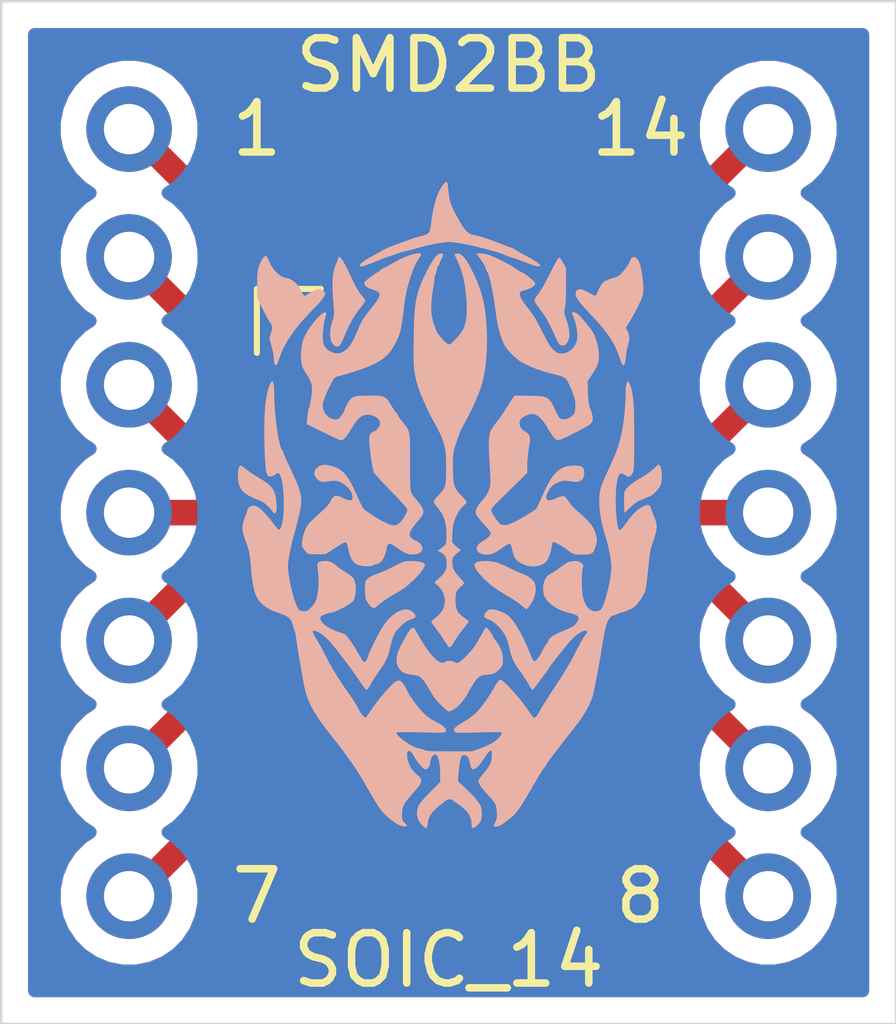
<source format=kicad_pcb>
(kicad_pcb (version 20171130) (host pcbnew 5.1.7)

  (general
    (thickness 1.6)
    (drawings 10)
    (tracks 26)
    (zones 0)
    (modules 4)
    (nets 1)
  )

  (page A4)
  (layers
    (0 F.Cu signal)
    (31 B.Cu signal)
    (32 B.Adhes user hide)
    (33 F.Adhes user hide)
    (34 B.Paste user hide)
    (35 F.Paste user hide)
    (36 B.SilkS user)
    (37 F.SilkS user)
    (38 B.Mask user)
    (39 F.Mask user)
    (40 Dwgs.User user hide)
    (41 Cmts.User user hide)
    (42 Eco1.User user hide)
    (43 Eco2.User user hide)
    (44 Edge.Cuts user)
    (45 Margin user hide)
    (46 B.CrtYd user hide)
    (47 F.CrtYd user hide)
    (48 B.Fab user hide)
    (49 F.Fab user hide)
  )

  (setup
    (last_trace_width 0.25)
    (user_trace_width 0.508)
    (trace_clearance 0.2)
    (zone_clearance 0.508)
    (zone_45_only no)
    (trace_min 0.2)
    (via_size 0.8)
    (via_drill 0.4)
    (via_min_size 0.4)
    (via_min_drill 0.3)
    (uvia_size 0.3)
    (uvia_drill 0.1)
    (uvias_allowed no)
    (uvia_min_size 0.2)
    (uvia_min_drill 0.1)
    (edge_width 0.05)
    (segment_width 0.2)
    (pcb_text_width 0.3)
    (pcb_text_size 1.5 1.5)
    (mod_edge_width 0.12)
    (mod_text_size 1 1)
    (mod_text_width 0.15)
    (pad_size 1.524 1.524)
    (pad_drill 0.762)
    (pad_to_mask_clearance 0)
    (aux_axis_origin 0 0)
    (grid_origin 8.5 10.16)
    (visible_elements FEFFFF7F)
    (pcbplotparams
      (layerselection 0x010f0_ffffffff)
      (usegerberextensions false)
      (usegerberattributes true)
      (usegerberadvancedattributes true)
      (creategerberjobfile true)
      (excludeedgelayer true)
      (linewidth 0.100000)
      (plotframeref false)
      (viasonmask false)
      (mode 1)
      (useauxorigin false)
      (hpglpennumber 1)
      (hpglpenspeed 20)
      (hpglpendiameter 15.000000)
      (psnegative false)
      (psa4output false)
      (plotreference true)
      (plotvalue true)
      (plotinvisibletext false)
      (padsonsilk false)
      (subtractmaskfromsilk false)
      (outputformat 1)
      (mirror false)
      (drillshape 0)
      (scaleselection 1)
      (outputdirectory ""))
  )

  (net 0 "")

  (net_class Default "This is the default net class."
    (clearance 0.2)
    (trace_width 0.25)
    (via_dia 0.8)
    (via_drill 0.4)
    (uvia_dia 0.3)
    (uvia_drill 0.1)
  )

  (module SMD2BB-SOIC_14:logo (layer B.Cu) (tedit 5F9ACFE6) (tstamp 5F9B42DF)
    (at 8.5 10.16 180)
    (fp_text reference G*** (at 0 0) (layer B.SilkS) hide
      (effects (font (size 1.524 1.524) (thickness 0.3)) (justify mirror))
    )
    (fp_text value LOGO (at 0.75 0) (layer B.SilkS) hide
      (effects (font (size 1.524 1.524) (thickness 0.3)) (justify mirror))
    )
    (fp_poly (pts (xy 3.532103 2.580666) (xy 3.558142 2.520619) (xy 3.578974 2.458891) (xy 3.59835 2.383995)
      (xy 3.616996 2.289019) (xy 3.632411 2.187706) (xy 3.639258 2.127643) (xy 3.647944 2.012262)
      (xy 3.653966 1.878578) (xy 3.657429 1.732108) (xy 3.658441 1.57837) (xy 3.657108 1.422881)
      (xy 3.653536 1.271159) (xy 3.647833 1.128721) (xy 3.640105 1.001085) (xy 3.630458 0.893768)
      (xy 3.619 0.812287) (xy 3.613307 0.78562) (xy 3.589393 0.738346) (xy 3.54955 0.720377)
      (xy 3.495029 0.731832) (xy 3.432978 0.768463) (xy 3.398957 0.789903) (xy 3.377579 0.790411)
      (xy 3.362286 0.778073) (xy 3.336442 0.733632) (xy 3.314619 0.661284) (xy 3.296999 0.566771)
      (xy 3.283769 0.455836) (xy 3.27511 0.334221) (xy 3.271206 0.207667) (xy 3.272243 0.081918)
      (xy 3.278402 -0.037286) (xy 3.289868 -0.144203) (xy 3.306826 -0.233089) (xy 3.327944 -0.295089)
      (xy 3.354081 -0.335425) (xy 3.378534 -0.344626) (xy 3.379562 -0.344267) (xy 3.399781 -0.326999)
      (xy 3.433174 -0.288805) (xy 3.473772 -0.236701) (xy 3.490281 -0.21411) (xy 3.556522 -0.127155)
      (xy 3.626105 -0.045053) (xy 3.693436 0.026246) (xy 3.752918 0.080796) (xy 3.796459 0.111371)
      (xy 3.860108 0.132026) (xy 3.918971 0.128896) (xy 3.965594 0.104814) (xy 3.992519 0.062613)
      (xy 3.996267 0.035445) (xy 4.003295 0.006016) (xy 4.021032 -0.039442) (xy 4.03086 -0.060767)
      (xy 4.053864 -0.119348) (xy 4.074942 -0.191188) (xy 4.084163 -0.232836) (xy 4.090845 -0.274767)
      (xy 4.093123 -0.313277) (xy 4.089763 -0.354117) (xy 4.07953 -0.403038) (xy 4.061188 -0.465791)
      (xy 4.033503 -0.548127) (xy 3.995241 -0.655796) (xy 3.990537 -0.668866) (xy 3.968744 -0.740031)
      (xy 3.951916 -0.821592) (xy 3.938622 -0.921854) (xy 3.929307 -1.024466) (xy 3.91432 -1.194991)
      (xy 3.8979 -1.336107) (xy 3.879038 -1.452267) (xy 3.856727 -1.547926) (xy 3.829958 -1.62754)
      (xy 3.797721 -1.695561) (xy 3.765745 -1.746905) (xy 3.711452 -1.806822) (xy 3.635335 -1.866964)
      (xy 3.548508 -1.919682) (xy 3.462084 -1.957324) (xy 3.458253 -1.958583) (xy 3.398664 -1.97885)
      (xy 3.343541 -1.999205) (xy 3.3274 -2.005685) (xy 3.272135 -2.028307) (xy 3.2258 -2.046742)
      (xy 3.170055 -2.084722) (xy 3.123604 -2.146888) (xy 3.093149 -2.223658) (xy 3.089163 -2.242091)
      (xy 3.075053 -2.298083) (xy 3.056502 -2.347513) (xy 3.054188 -2.352158) (xy 3.036666 -2.403353)
      (xy 3.030936 -2.446867) (xy 3.02795 -2.477653) (xy 3.019652 -2.537557) (xy 3.006736 -2.622366)
      (xy 2.989897 -2.727866) (xy 2.969827 -2.849845) (xy 2.947221 -2.984091) (xy 2.922772 -3.126391)
      (xy 2.897174 -3.272531) (xy 2.871121 -3.4183) (xy 2.869186 -3.429) (xy 2.838102 -3.565079)
      (xy 2.793571 -3.698524) (xy 2.733307 -3.833613) (xy 2.655022 -3.974626) (xy 2.55643 -4.125839)
      (xy 2.435241 -4.291532) (xy 2.34933 -4.401435) (xy 2.220069 -4.564912) (xy 2.108765 -4.709334)
      (xy 2.011028 -4.84109) (xy 1.922468 -4.966572) (xy 1.838696 -5.092171) (xy 1.755321 -5.224279)
      (xy 1.667954 -5.369285) (xy 1.574997 -5.528733) (xy 1.52077 -5.621638) (xy 1.467789 -5.710254)
      (xy 1.420097 -5.787978) (xy 1.381735 -5.848203) (xy 1.360181 -5.879755) (xy 1.290114 -5.964061)
      (xy 1.208621 -6.043909) (xy 1.121734 -6.114906) (xy 1.035484 -6.172661) (xy 0.955902 -6.212782)
      (xy 0.88902 -6.230876) (xy 0.877208 -6.231467) (xy 0.842224 -6.228779) (xy 0.833119 -6.217658)
      (xy 0.85012 -6.193515) (xy 0.880533 -6.163733) (xy 0.907271 -6.136078) (xy 0.922514 -6.108736)
      (xy 0.929458 -6.071121) (xy 0.931296 -6.012647) (xy 0.931333 -5.995398) (xy 0.92835 -5.925375)
      (xy 0.917239 -5.864587) (xy 0.894754 -5.806684) (xy 0.857653 -5.745315) (xy 0.80269 -5.674129)
      (xy 0.726622 -5.586775) (xy 0.717324 -5.576457) (xy 0.643723 -5.492361) (xy 0.592619 -5.427041)
      (xy 0.561551 -5.376382) (xy 0.548055 -5.33627) (xy 0.54967 -5.30259) (xy 0.550897 -5.298355)
      (xy 0.568284 -5.272046) (xy 0.604337 -5.233081) (xy 0.651068 -5.190058) (xy 0.700507 -5.142537)
      (xy 0.740881 -5.094246) (xy 0.762124 -5.058366) (xy 0.784894 -5.001189) (xy 0.806319 -4.950441)
      (xy 0.820335 -4.90295) (xy 0.827913 -4.84604) (xy 0.828726 -4.790975) (xy 0.822447 -4.749016)
      (xy 0.812648 -4.732773) (xy 0.776501 -4.728229) (xy 0.737471 -4.755187) (xy 0.698022 -4.811705)
      (xy 0.688081 -4.830837) (xy 0.652622 -4.892631) (xy 0.607861 -4.956126) (xy 0.559527 -5.014729)
      (xy 0.513352 -5.061844) (xy 0.475066 -5.090879) (xy 0.456847 -5.096933) (xy 0.421898 -5.082233)
      (xy 0.391039 -5.04624) (xy 0.373637 -5.001115) (xy 0.372439 -4.987332) (xy 0.363775 -4.915772)
      (xy 0.340954 -4.856462) (xy 0.308108 -4.815476) (xy 0.269367 -4.798888) (xy 0.246699 -4.802495)
      (xy 0.221971 -4.828309) (xy 0.199945 -4.88227) (xy 0.181901 -4.958689) (xy 0.169119 -5.051876)
      (xy 0.162882 -5.156142) (xy 0.162546 -5.176329) (xy 0.160866 -5.348859) (xy 0.366491 -5.557329)
      (xy 0.447331 -5.641666) (xy 0.514698 -5.716721) (xy 0.56509 -5.778368) (xy 0.594999 -5.822483)
      (xy 0.599325 -5.831368) (xy 0.621652 -5.916399) (xy 0.623903 -6.005967) (xy 0.606081 -6.085785)
      (xy 0.599237 -6.101074) (xy 0.570529 -6.147417) (xy 0.532748 -6.195082) (xy 0.493587 -6.235725)
      (xy 0.460737 -6.261) (xy 0.447824 -6.265333) (xy 0.435087 -6.249572) (xy 0.423709 -6.206961)
      (xy 0.417439 -6.162784) (xy 0.400784 -6.079815) (xy 0.36669 -6.00481) (xy 0.311053 -5.93158)
      (xy 0.229768 -5.853933) (xy 0.191663 -5.822274) (xy 0.115611 -5.760817) (xy 0.059941 -5.718536)
      (xy 0.01794 -5.694289) (xy -0.017107 -5.686936) (xy -0.051913 -5.695336) (xy -0.093193 -5.718348)
      (xy -0.14766 -5.754832) (xy -0.159249 -5.762652) (xy -0.273797 -5.846637) (xy -0.358437 -5.925785)
      (xy -0.415979 -6.004012) (xy -0.449231 -6.085232) (xy -0.461004 -6.173359) (xy -0.461108 -6.183292)
      (xy -0.463421 -6.230731) (xy -0.469315 -6.260358) (xy -0.473583 -6.265333) (xy -0.494367 -6.256697)
      (xy -0.530937 -6.235157) (xy -0.543596 -6.226896) (xy -0.604962 -6.17258) (xy -0.641668 -6.105224)
      (xy -0.656156 -6.018886) (xy -0.655194 -5.955403) (xy -0.648 -5.885166) (xy -0.633444 -5.832331)
      (xy -0.60594 -5.780478) (xy -0.584943 -5.748853) (xy -0.548173 -5.702015) (xy -0.493336 -5.640274)
      (xy -0.427574 -5.571343) (xy -0.358028 -5.502935) (xy -0.351537 -5.496793) (xy -0.181047 -5.336086)
      (xy -0.191759 -5.185176) (xy -0.201642 -5.079035) (xy -0.21497 -4.983624) (xy -0.230561 -4.905282)
      (xy -0.247229 -4.850348) (xy -0.258051 -4.830233) (xy -0.292594 -4.811069) (xy -0.337183 -4.814765)
      (xy -0.378205 -4.839949) (xy -0.380675 -4.842574) (xy -0.399745 -4.876821) (xy -0.418338 -4.931547)
      (xy -0.429941 -4.982274) (xy -0.442065 -5.041262) (xy -0.454613 -5.074474) (xy -0.471718 -5.089797)
      (xy -0.488556 -5.094093) (xy -0.529547 -5.083302) (xy -0.580464 -5.041498) (xy -0.640312 -4.969728)
      (xy -0.708102 -4.86904) (xy -0.719744 -4.850111) (xy -0.768286 -4.778027) (xy -0.807188 -4.737099)
      (xy -0.827319 -4.727455) (xy -0.848365 -4.727397) (xy -0.859183 -4.740535) (xy -0.863094 -4.774644)
      (xy -0.863506 -4.812122) (xy -0.858803 -4.896532) (xy -0.842168 -4.96788) (xy -0.809512 -5.035957)
      (xy -0.756746 -5.110553) (xy -0.720477 -5.154611) (xy -0.672803 -5.21278) (xy -0.633446 -5.264659)
      (xy -0.607892 -5.302816) (xy -0.601606 -5.315577) (xy -0.600159 -5.352006) (xy -0.617991 -5.397973)
      (xy -0.657143 -5.456853) (xy -0.719654 -5.532024) (xy -0.757818 -5.574086) (xy -0.829919 -5.653039)
      (xy -0.881926 -5.714095) (xy -0.91735 -5.763643) (xy -0.9397 -5.808069) (xy -0.952487 -5.853763)
      (xy -0.959221 -5.907113) (xy -0.961809 -5.945313) (xy -0.964361 -6.018976) (xy -0.960661 -6.07093)
      (xy -0.949041 -6.113021) (xy -0.933463 -6.146517) (xy -0.908976 -6.194674) (xy -0.900782 -6.219988)
      (xy -0.909791 -6.229791) (xy -0.936918 -6.231414) (xy -0.944033 -6.231403) (xy -0.984223 -6.22494)
      (xy -1.032557 -6.20384) (xy -1.093724 -6.165389) (xy -1.172414 -6.106871) (xy -1.209027 -6.077892)
      (xy -1.255817 -6.038895) (xy -1.297738 -5.999681) (xy -1.337656 -5.956283) (xy -1.378433 -5.904733)
      (xy -1.422935 -5.841063) (xy -1.474026 -5.761308) (xy -1.534569 -5.661498) (xy -1.607428 -5.537668)
      (xy -1.642164 -5.477933) (xy -1.701244 -5.37685) (xy -1.75627 -5.284099) (xy -1.804495 -5.204202)
      (xy -1.843172 -5.141678) (xy -1.869553 -5.10105) (xy -1.878857 -5.088467) (xy -1.910882 -5.045803)
      (xy -1.93081 -5.012267) (xy -1.9509 -4.98037) (xy -1.990455 -4.924539) (xy -2.047651 -4.847175)
      (xy -2.12066 -4.750681) (xy -2.207658 -4.637458) (xy -2.306817 -4.509909) (xy -2.416313 -4.370437)
      (xy -2.477835 -4.2926) (xy -2.607723 -4.120024) (xy -2.711191 -3.963079) (xy -2.790069 -3.818718)
      (xy -2.846189 -3.683895) (xy -2.84938 -3.674533) (xy -2.861563 -3.630182) (xy -2.878265 -3.557769)
      (xy -2.898463 -3.462643) (xy -2.921135 -3.350153) (xy -2.945259 -3.225647) (xy -2.969812 -3.094473)
      (xy -2.993771 -2.961982) (xy -3.016115 -2.83352) (xy -3.03582 -2.714437) (xy -3.048457 -2.633133)
      (xy -3.076266 -2.463849) (xy -3.104532 -2.326265) (xy -3.134043 -2.218216) (xy -3.16559 -2.137537)
      (xy -3.199959 -2.082064) (xy -3.23794 -2.049631) (xy -3.264515 -2.039963) (xy -3.314509 -2.024859)
      (xy -3.358406 -2.005928) (xy -3.400033 -1.988315) (xy -3.431301 -1.9812) (xy -3.461884 -1.974092)
      (xy -3.514172 -1.955021) (xy -3.579675 -1.927361) (xy -3.649906 -1.894491) (xy -3.652491 -1.893216)
      (xy -3.701253 -1.857168) (xy -3.756075 -1.797931) (xy -3.81101 -1.723981) (xy -3.860109 -1.643795)
      (xy -3.897425 -1.565849) (xy -3.911633 -1.523878) (xy -3.918117 -1.489079) (xy -3.926874 -1.426641)
      (xy -3.937166 -1.342657) (xy -3.948255 -1.243222) (xy -3.959403 -1.134427) (xy -3.961902 -1.108673)
      (xy -3.974104 -0.985464) (xy -3.984912 -0.888923) (xy -3.995642 -0.811958) (xy -4.007607 -0.74748)
      (xy -4.02212 -0.688397) (xy -4.040497 -0.627619) (xy -4.06379 -0.5588) (xy -4.100235 -0.446897)
      (xy -4.122169 -0.357307) (xy -4.129851 -0.281864) (xy -4.123544 -0.212407) (xy -4.103507 -0.140772)
      (xy -4.079109 -0.079505) (xy -4.051263 -0.012684) (xy -4.027088 0.049484) (xy -4.01144 0.094463)
      (xy -4.010579 0.097367) (xy -3.994472 0.134249) (xy -3.969543 0.149657) (xy -3.92931 0.14458)
      (xy -3.867292 0.120008) (xy -3.866044 0.119442) (xy -3.777482 0.065067) (xy -3.684134 -0.018577)
      (xy -3.589672 -0.127969) (xy -3.545187 -0.188341) (xy -3.490635 -0.264126) (xy -3.450629 -0.314433)
      (xy -3.42193 -0.342601) (xy -3.401297 -0.351972) (xy -3.389491 -0.348879) (xy -3.370717 -0.320531)
      (xy -3.354412 -0.263638) (xy -3.340768 -0.183444) (xy -3.329974 -0.085194) (xy -3.322221 0.025866)
      (xy -3.317701 0.144493) (xy -3.316603 0.265441) (xy -3.319118 0.383466) (xy -3.325437 0.493324)
      (xy -3.335749 0.589769) (xy -3.350246 0.667556) (xy -3.352278 0.675396) (xy -3.37666 0.742727)
      (xy -3.407103 0.777678) (xy -3.4474 0.781662) (xy -3.501346 0.756089) (xy -3.525144 0.739696)
      (xy -3.570649 0.717309) (xy -3.607978 0.72522) (xy -3.640804 0.764902) (xy -3.654131 0.791395)
      (xy -3.661669 0.811116) (xy -3.667786 0.835967) (xy -3.672624 0.869434) (xy -3.676327 0.915001)
      (xy -3.679039 0.976154) (xy -3.680901 1.056377) (xy -3.682058 1.159155) (xy -3.682652 1.287973)
      (xy -3.682826 1.446316) (xy -3.682821 1.490133) (xy -3.682174 1.694156) (xy -3.680197 1.867704)
      (xy -3.676656 2.014151) (xy -3.671314 2.136874) (xy -3.663935 2.239246) (xy -3.654283 2.324641)
      (xy -3.642121 2.396434) (xy -3.627215 2.458001) (xy -3.611734 2.506134) (xy -3.59273 2.554512)
      (xy -3.576144 2.589526) (xy -3.570764 2.597791) (xy -3.555681 2.599404) (xy -3.542115 2.572281)
      (xy -3.531228 2.521553) (xy -3.524177 2.452348) (xy -3.522065 2.382264) (xy -3.517572 2.205336)
      (xy -3.50502 2.020201) (xy -3.485544 1.837962) (xy -3.460281 1.66972) (xy -3.437571 1.556573)
      (xy -3.414337 1.459427) (xy -3.391424 1.374114) (xy -3.36632 1.293761) (xy -3.336512 1.211498)
      (xy -3.299488 1.120452) (xy -3.252736 1.013751) (xy -3.193742 0.884525) (xy -3.184763 0.865108)
      (xy -3.14145 0.769758) (xy -3.100654 0.676693) (xy -3.065727 0.5938) (xy -3.040025 0.528968)
      (xy -3.030577 0.502478) (xy -3.006404 0.391715) (xy -2.997061 0.257123) (xy -3.002055 0.105074)
      (xy -3.020894 -0.058061) (xy -3.053083 -0.22591) (xy -3.098129 -0.3921) (xy -3.100372 -0.399192)
      (xy -3.149907 -0.567005) (xy -3.189629 -0.726928) (xy -3.218298 -0.872877) (xy -3.234674 -0.99877)
      (xy -3.238151 -1.075266) (xy -3.233234 -1.168918) (xy -3.220368 -1.275618) (xy -3.200971 -1.38992)
      (xy -3.176462 -1.506375) (xy -3.148261 -1.619536) (xy -3.117787 -1.723956) (xy -3.08646 -1.814188)
      (xy -3.055699 -1.884783) (xy -3.026923 -1.930295) (xy -3.012098 -1.94285) (xy -2.936064 -1.966121)
      (xy -2.863254 -1.957876) (xy -2.796508 -1.920467) (xy -2.738665 -1.856241) (xy -2.692564 -1.767549)
      (xy -2.661047 -1.65674) (xy -2.660075 -1.651586) (xy -2.651311 -1.585139) (xy -2.645417 -1.501532)
      (xy -2.642364 -1.408696) (xy -2.642122 -1.314558) (xy -2.644662 -1.227048) (xy -2.649954 -1.154096)
      (xy -2.657968 -1.103631) (xy -2.662158 -1.091007) (xy -2.672965 -1.058908) (xy -2.665382 -1.03474)
      (xy -2.634948 -1.0048) (xy -2.633744 -1.003763) (xy -2.60164 -0.980062) (xy -2.568532 -0.968522)
      (xy -2.522003 -0.966258) (xy -2.480862 -0.968255) (xy -2.432065 -0.972655) (xy -2.392903 -0.981346)
      (xy -2.354684 -0.998355) (xy -2.308721 -1.027709) (xy -2.246324 -1.073438) (xy -2.23411 -1.082637)
      (xy -2.16895 -1.130184) (xy -2.10824 -1.171642) (xy -2.060365 -1.201426) (xy -2.040123 -1.21187)
      (xy -1.994176 -1.237275) (xy -1.960336 -1.264988) (xy -1.915064 -1.3375) (xy -1.888165 -1.428433)
      (xy -1.88096 -1.526947) (xy -1.894772 -1.6222) (xy -1.911192 -1.667933) (xy -1.960807 -1.743471)
      (xy -2.036478 -1.817107) (xy -2.130562 -1.883591) (xy -2.235416 -1.937671) (xy -2.343395 -1.974097)
      (xy -2.363305 -1.978522) (xy -2.464987 -2.003091) (xy -2.534844 -2.029531) (xy -2.574905 -2.058809)
      (xy -2.586916 -2.08534) (xy -2.57843 -2.136641) (xy -2.547278 -2.19356) (xy -2.500425 -2.245315)
      (xy -2.468188 -2.269093) (xy -2.428159 -2.289928) (xy -2.366615 -2.317925) (xy -2.293813 -2.348525)
      (xy -2.254742 -2.364016) (xy -2.151132 -2.409364) (xy -2.069203 -2.455961) (xy -2.012326 -2.501408)
      (xy -1.98387 -2.543308) (xy -1.9812 -2.558687) (xy -1.97411 -2.585242) (xy -1.965064 -2.5908)
      (xy -1.950959 -2.604911) (xy -1.925932 -2.642927) (xy -1.894026 -2.698372) (xy -1.871562 -2.740595)
      (xy -1.816361 -2.840473) (xy -1.769966 -2.908841) (xy -1.731532 -2.946646) (xy -1.70021 -2.95484)
      (xy -1.686758 -2.947969) (xy -1.670651 -2.92421) (xy -1.646771 -2.876371) (xy -1.618807 -2.812239)
      (xy -1.599398 -2.763451) (xy -1.545145 -2.633242) (xy -1.481438 -2.499057) (xy -1.412865 -2.369451)
      (xy -1.344012 -2.252983) (xy -1.279466 -2.158208) (xy -1.264813 -2.139249) (xy -1.211073 -2.077241)
      (xy -1.159859 -2.033631) (xy -1.096976 -1.997367) (xy -1.060663 -1.980308) (xy -0.955902 -1.939971)
      (xy -0.872247 -1.923724) (xy -0.807092 -1.931475) (xy -0.757833 -1.963132) (xy -0.752076 -1.969444)
      (xy -0.716389 -2.022646) (xy -0.712166 -2.063896) (xy -0.739736 -2.094569) (xy -0.786435 -2.112831)
      (xy -0.855629 -2.143988) (xy -0.93168 -2.198917) (xy -1.007294 -2.270624) (xy -1.075174 -2.352113)
      (xy -1.128026 -2.43639) (xy -1.131874 -2.44403) (xy -1.162613 -2.517652) (xy -1.191432 -2.605452)
      (xy -1.211495 -2.685762) (xy -1.237999 -2.800248) (xy -1.270626 -2.896229) (xy -1.314767 -2.985656)
      (xy -1.375811 -3.080478) (xy -1.412208 -3.130756) (xy -1.466216 -3.206569) (xy -1.52032 -3.287675)
      (xy -1.566104 -3.361258) (xy -1.583036 -3.390841) (xy -1.614688 -3.446538) (xy -1.641443 -3.489803)
      (xy -1.658291 -3.512611) (xy -1.6599 -3.513934) (xy -1.67545 -3.505193) (xy -1.704386 -3.474199)
      (xy -1.74136 -3.42691) (xy -1.754825 -3.40816) (xy -1.802696 -3.341639) (xy -1.852839 -3.274427)
      (xy -1.894928 -3.220349) (xy -1.89737 -3.217333) (xy -1.935641 -3.167843) (xy -1.96732 -3.122681)
      (xy -1.980069 -3.101633) (xy -2.003945 -3.063874) (xy -2.045527 -3.005873) (xy -2.100453 -2.933072)
      (xy -2.164359 -2.850919) (xy -2.232882 -2.764856) (xy -2.301657 -2.68033) (xy -2.366322 -2.602784)
      (xy -2.422512 -2.537664) (xy -2.465866 -2.490414) (xy -2.484016 -2.472805) (xy -2.553026 -2.417791)
      (xy -2.621007 -2.373747) (xy -2.680032 -2.34529) (xy -2.717657 -2.3368) (xy -2.74603 -2.349665)
      (xy -2.755571 -2.37832) (xy -2.74175 -2.407855) (xy -2.739779 -2.40958) (xy -2.715495 -2.438784)
      (xy -2.679668 -2.494134) (xy -2.634918 -2.571016) (xy -2.583867 -2.664815) (xy -2.529135 -2.770916)
      (xy -2.492455 -2.845058) (xy -2.459756 -2.907011) (xy -2.411548 -2.991269) (xy -2.351311 -3.092097)
      (xy -2.28253 -3.203759) (xy -2.208686 -3.320522) (xy -2.133262 -3.436649) (xy -2.132553 -3.437725)
      (xy -2.060449 -3.547801) (xy -1.992479 -3.652855) (xy -1.931483 -3.748399) (xy -1.880301 -3.829941)
      (xy -1.841773 -3.892993) (xy -1.81874 -3.933064) (xy -1.816704 -3.937) (xy -1.773503 -4.014656)
      (xy -1.736895 -4.06172) (xy -1.70507 -4.080406) (xy -1.699065 -4.080933) (xy -1.679764 -4.067553)
      (xy -1.648939 -4.03204) (xy -1.612436 -3.981335) (xy -1.602809 -3.966633) (xy -1.546655 -3.88422)
      (xy -1.480609 -3.79549) (xy -1.408178 -3.704334) (xy -1.332868 -3.614647) (xy -1.258184 -3.530321)
      (xy -1.187633 -3.455251) (xy -1.12472 -3.393329) (xy -1.072952 -3.348449) (xy -1.035834 -3.324505)
      (xy -1.022124 -3.321793) (xy -0.999602 -3.339233) (xy -0.966955 -3.381506) (xy -0.928477 -3.442803)
      (xy -0.914888 -3.466839) (xy -0.844448 -3.586676) (xy -0.766331 -3.706016) (xy -0.685841 -3.817561)
      (xy -0.608281 -3.914012) (xy -0.538953 -3.988073) (xy -0.530206 -3.99624) (xy -0.474531 -4.041968)
      (xy -0.400955 -4.095379) (xy -0.32137 -4.148055) (xy -0.280669 -4.172886) (xy -0.198928 -4.223159)
      (xy -0.144993 -4.262402) (xy -0.115947 -4.293836) (xy -0.108872 -4.32068) (xy -0.120852 -4.346157)
      (xy -0.122212 -4.347832) (xy -0.132318 -4.355491) (xy -0.150775 -4.361169) (xy -0.181409 -4.364974)
      (xy -0.228051 -4.367013) (xy -0.29453 -4.367394) (xy -0.384673 -4.366225) (xy -0.50231 -4.363613)
      (xy -0.596608 -4.361159) (xy -0.732921 -4.357638) (xy -0.839205 -4.355387) (xy -0.919277 -4.354537)
      (xy -0.976956 -4.355217) (xy -1.016061 -4.357559) (xy -1.040408 -4.361693) (xy -1.053818 -4.367749)
      (xy -1.060107 -4.375857) (xy -1.060574 -4.377) (xy -1.055536 -4.407606) (xy -1.026004 -4.449931)
      (xy -0.976893 -4.498897) (xy -0.913116 -4.549426) (xy -0.859507 -4.584756) (xy -0.801498 -4.615538)
      (xy -0.72492 -4.650317) (xy -0.643522 -4.682975) (xy -0.618067 -4.692202) (xy -0.465667 -4.745699)
      (xy -0.015292 -4.74605) (xy 0.123937 -4.745899) (xy 0.233486 -4.745053) (xy 0.317538 -4.743284)
      (xy 0.380277 -4.740364) (xy 0.425886 -4.736065) (xy 0.458548 -4.730159) (xy 0.482447 -4.722418)
      (xy 0.491076 -4.718466) (xy 0.539225 -4.699466) (xy 0.581478 -4.690616) (xy 0.584526 -4.690533)
      (xy 0.630099 -4.681424) (xy 0.689747 -4.656671) (xy 0.758001 -4.620136) (xy 0.829389 -4.575678)
      (xy 0.89844 -4.52716) (xy 0.959683 -4.478442) (xy 1.007646 -4.433385) (xy 1.036858 -4.39585)
      (xy 1.041848 -4.369698) (xy 1.041107 -4.368327) (xy 1.02965 -4.362143) (xy 1.00202 -4.35775)
      (xy 0.955171 -4.355095) (xy 0.886059 -4.354127) (xy 0.791639 -4.354793) (xy 0.668867 -4.357042)
      (xy 0.54815 -4.359948) (xy 0.407194 -4.363431) (xy 0.296399 -4.365692) (xy 0.212079 -4.366619)
      (xy 0.150549 -4.3661) (xy 0.10812 -4.364022) (xy 0.081107 -4.360274) (xy 0.065823 -4.354743)
      (xy 0.058582 -4.347318) (xy 0.057551 -4.345036) (xy 0.058532 -4.305162) (xy 0.09115 -4.261455)
      (xy 0.156006 -4.213345) (xy 0.249549 -4.162295) (xy 0.353842 -4.104817) (xy 0.440801 -4.041)
      (xy 0.508 -3.978405) (xy 0.575442 -3.904887) (xy 0.646243 -3.818445) (xy 0.714005 -3.727744)
      (xy 0.772334 -3.641447) (xy 0.814832 -3.568219) (xy 0.822535 -3.552313) (xy 0.863905 -3.471254)
      (xy 0.906164 -3.40497) (xy 0.945217 -3.359083) (xy 0.976969 -3.339212) (xy 0.977919 -3.339053)
      (xy 1.017314 -3.344311) (xy 1.060097 -3.36398) (xy 1.099251 -3.396381) (xy 1.153682 -3.450694)
      (xy 1.218718 -3.521463) (xy 1.289686 -3.603233) (xy 1.361911 -3.69055) (xy 1.430721 -3.777958)
      (xy 1.491442 -3.860003) (xy 1.518319 -3.898812) (xy 1.563551 -3.964848) (xy 1.603177 -4.020382)
      (xy 1.632786 -4.059378) (xy 1.647594 -4.075594) (xy 1.670246 -4.07085) (xy 1.703711 -4.039301)
      (xy 1.74481 -3.984984) (xy 1.790368 -3.911937) (xy 1.822261 -3.853649) (xy 1.863982 -3.780127)
      (xy 1.916514 -3.696811) (xy 1.969372 -3.620236) (xy 1.975881 -3.611424) (xy 2.063128 -3.489469)
      (xy 2.154647 -3.35274) (xy 2.245168 -3.209753) (xy 2.329421 -3.069021) (xy 2.402139 -2.93906)
      (xy 2.450261 -2.844845) (xy 2.494151 -2.756841) (xy 2.54157 -2.667252) (xy 2.586358 -2.587448)
      (xy 2.617778 -2.535764) (xy 2.669004 -2.451528) (xy 2.697951 -2.391233) (xy 2.705016 -2.353664)
      (xy 2.690593 -2.337607) (xy 2.682648 -2.3368) (xy 2.627186 -2.349828) (xy 2.557339 -2.386512)
      (xy 2.478821 -2.443253) (xy 2.397349 -2.516451) (xy 2.397216 -2.516582) (xy 2.348721 -2.568897)
      (xy 2.284863 -2.644216) (xy 2.209421 -2.737602) (xy 2.126171 -2.84412) (xy 2.038891 -2.958832)
      (xy 1.951358 -3.076802) (xy 1.867349 -3.193095) (xy 1.790642 -3.302774) (xy 1.7526 -3.358991)
      (xy 1.709472 -3.421737) (xy 1.671758 -3.473097) (xy 1.644108 -3.506943) (xy 1.632475 -3.517258)
      (xy 1.616123 -3.506365) (xy 1.590416 -3.472121) (xy 1.560669 -3.421701) (xy 1.558088 -3.41683)
      (xy 1.524212 -3.357526) (xy 1.477278 -3.282178) (xy 1.424389 -3.201958) (xy 1.388134 -3.1496)
      (xy 1.322628 -3.05527) (xy 1.273914 -2.97863) (xy 1.237848 -2.910749) (xy 1.210285 -2.842698)
      (xy 1.187079 -2.765549) (xy 1.164086 -2.670371) (xy 1.162587 -2.663735) (xy 1.135553 -2.552883)
      (xy 1.10849 -2.46739) (xy 1.077116 -2.399018) (xy 1.037149 -2.339527) (xy 0.984307 -2.280679)
      (xy 0.942487 -2.240235) (xy 0.87597 -2.182053) (xy 0.8208 -2.144467) (xy 0.767444 -2.121403)
      (xy 0.746517 -2.115402) (xy 0.687753 -2.094172) (xy 0.661888 -2.067198) (xy 0.668121 -2.031523)
      (xy 0.705654 -1.984189) (xy 0.709897 -1.979897) (xy 0.772967 -1.938664) (xy 0.84773 -1.925978)
      (xy 0.930823 -1.940048) (xy 1.018883 -1.979085) (xy 1.10855 -2.041298) (xy 1.196461 -2.124898)
      (xy 1.279253 -2.228094) (xy 1.332574 -2.3114) (xy 1.387117 -2.408592) (xy 1.441431 -2.511276)
      (xy 1.492219 -2.612655) (xy 1.536183 -2.70593) (xy 1.570023 -2.784301) (xy 1.590443 -2.840971)
      (xy 1.591721 -2.845563) (xy 1.616155 -2.913441) (xy 1.645396 -2.956546) (xy 1.67646 -2.97098)
      (xy 1.686179 -2.968953) (xy 1.70377 -2.951072) (xy 1.732632 -2.909947) (xy 1.768281 -2.852316)
      (xy 1.795295 -2.804995) (xy 1.842654 -2.723232) (xy 1.894046 -2.641094) (xy 1.945611 -2.564064)
      (xy 1.993485 -2.497628) (xy 2.033808 -2.44727) (xy 2.062717 -2.418475) (xy 2.070523 -2.414131)
      (xy 2.216809 -2.366132) (xy 2.340157 -2.313118) (xy 2.437372 -2.256777) (xy 2.505259 -2.198796)
      (xy 2.524184 -2.174473) (xy 2.5533 -2.119649) (xy 2.555172 -2.079024) (xy 2.52768 -2.047102)
      (xy 2.468704 -2.018382) (xy 2.463165 -2.016283) (xy 2.405195 -1.996978) (xy 2.354714 -1.984236)
      (xy 2.331036 -1.9812) (xy 2.294733 -1.973045) (xy 2.23766 -1.951216) (xy 2.167967 -1.919663)
      (xy 2.093802 -1.882339) (xy 2.023313 -1.843195) (xy 1.96465 -1.806182) (xy 1.952987 -1.797873)
      (xy 1.908158 -1.759867) (xy 1.881645 -1.719934) (xy 1.863928 -1.663053) (xy 1.861891 -1.65415)
      (xy 1.847981 -1.554296) (xy 1.849365 -1.456622) (xy 1.865133 -1.370899) (xy 1.894218 -1.307118)
      (xy 1.927479 -1.272581) (xy 1.980271 -1.230614) (xy 2.042092 -1.189437) (xy 2.052197 -1.183427)
      (xy 2.118587 -1.142212) (xy 2.181987 -1.098753) (xy 2.229671 -1.061816) (xy 2.233167 -1.058745)
      (xy 2.293704 -1.009202) (xy 2.345568 -0.980624) (xy 2.401503 -0.967744) (xy 2.45945 -0.9652)
      (xy 2.533633 -0.96999) (xy 2.579373 -0.986826) (xy 2.601047 -1.019402) (xy 2.603033 -1.071415)
      (xy 2.601379 -1.085013) (xy 2.584752 -1.237526) (xy 2.578473 -1.378749) (xy 2.582767 -1.500324)
      (xy 2.588721 -1.549688) (xy 2.606189 -1.649605) (xy 2.624336 -1.72389) (xy 2.64651 -1.780671)
      (xy 2.676058 -1.828077) (xy 2.716329 -1.874238) (xy 2.726746 -1.884819) (xy 2.771739 -1.928192)
      (xy 2.804499 -1.952053) (xy 2.836021 -1.961534) (xy 2.8773 -1.961771) (xy 2.889934 -1.961019)
      (xy 2.93565 -1.956765) (xy 2.964518 -1.9463) (xy 2.986326 -1.922095) (xy 3.010864 -1.876618)
      (xy 3.01777 -1.862667) (xy 3.049162 -1.786889) (xy 3.082195 -1.686238) (xy 3.114623 -1.569482)
      (xy 3.144198 -1.445392) (xy 3.168673 -1.322737) (xy 3.185802 -1.210284) (xy 3.186565 -1.203907)
      (xy 3.194383 -1.129513) (xy 3.197537 -1.068957) (xy 3.195469 -1.011402) (xy 3.187623 -0.946006)
      (xy 3.173441 -0.861932) (xy 3.167232 -0.828006) (xy 3.147778 -0.729803) (xy 3.125244 -0.626963)
      (xy 3.102722 -0.533111) (xy 3.086928 -0.474133) (xy 3.067162 -0.402724) (xy 3.042545 -0.309529)
      (xy 3.015973 -0.205732) (xy 2.990345 -0.102514) (xy 2.986009 -0.084666) (xy 2.961216 0.022353)
      (xy 2.943628 0.114603) (xy 2.934159 0.197105) (xy 2.933722 0.274879) (xy 2.943232 0.352946)
      (xy 2.963603 0.436327) (xy 2.995748 0.530043) (xy 3.040583 0.639116) (xy 3.09902 0.768566)
      (xy 3.167999 0.915056) (xy 3.207735 1.000016) (xy 3.241692 1.075284) (xy 3.267379 1.135125)
      (xy 3.282307 1.173804) (xy 3.285067 1.184656) (xy 3.295675 1.215534) (xy 3.309919 1.235528)
      (xy 3.332465 1.276185) (xy 3.355325 1.346084) (xy 3.377848 1.440613) (xy 3.399383 1.555162)
      (xy 3.419279 1.685119) (xy 3.436884 1.825872) (xy 3.451548 1.972811) (xy 3.462619 2.121325)
      (xy 3.469446 2.266802) (xy 3.471418 2.379133) (xy 3.474111 2.486211) (xy 3.481579 2.559943)
      (xy 3.493769 2.600289) (xy 3.510628 2.607209) (xy 3.532103 2.580666)) (layer B.SilkS) (width 0.01))
    (fp_poly (pts (xy -0.730399 -2.300115) (xy -0.705817 -2.337628) (xy -0.676035 -2.391292) (xy -0.667121 -2.408767)
      (xy -0.570802 -2.581602) (xy -0.466217 -2.729191) (xy -0.347205 -2.860085) (xy -0.330504 -2.876177)
      (xy -0.264346 -2.936677) (xy -0.215275 -2.974359) (xy -0.177767 -2.991614) (xy -0.146298 -2.990838)
      (xy -0.115344 -2.974423) (xy -0.111064 -2.971261) (xy -0.06559 -2.952259) (xy -0.008385 -2.947353)
      (xy 0.045291 -2.956359) (xy 0.075491 -2.97351) (xy 0.114462 -2.990678) (xy 0.165666 -2.979562)
      (xy 0.226749 -2.942443) (xy 0.295359 -2.881601) (xy 0.369144 -2.799317) (xy 0.44575 -2.697872)
      (xy 0.522825 -2.579547) (xy 0.575079 -2.4892) (xy 0.613659 -2.420762) (xy 0.648466 -2.361895)
      (xy 0.67505 -2.319968) (xy 0.686919 -2.304065) (xy 0.703303 -2.292057) (xy 0.721139 -2.291994)
      (xy 0.742479 -2.306592) (xy 0.769373 -2.338571) (xy 0.803871 -2.390647) (xy 0.848025 -2.465537)
      (xy 0.903886 -2.565961) (xy 0.953281 -2.657042) (xy 1.005952 -2.777489) (xy 1.030495 -2.889151)
      (xy 1.027109 -2.989396) (xy 0.995988 -3.075593) (xy 0.93733 -3.145109) (xy 0.915672 -3.161448)
      (xy 0.863609 -3.187134) (xy 0.800395 -3.205691) (xy 0.781926 -3.20876) (xy 0.698002 -3.220185)
      (xy 0.63966 -3.230898) (xy 0.598772 -3.243454) (xy 0.567211 -3.260409) (xy 0.53685 -3.28432)
      (xy 0.534134 -3.286694) (xy 0.498656 -3.325782) (xy 0.4561 -3.38421) (xy 0.414348 -3.450937)
      (xy 0.404811 -3.467892) (xy 0.362658 -3.541134) (xy 0.316753 -3.615231) (xy 0.276011 -3.675873)
      (xy 0.270469 -3.683505) (xy 0.229424 -3.734083) (xy 0.178537 -3.789536) (xy 0.123918 -3.844077)
      (xy 0.071675 -3.891917) (xy 0.027916 -3.92727) (xy -0.00125 -3.944346) (xy -0.005598 -3.945081)
      (xy -0.03293 -3.937796) (xy -0.074607 -3.920368) (xy -0.082507 -3.916561) (xy -0.157965 -3.865906)
      (xy -0.2364 -3.789287) (xy -0.311765 -3.693382) (xy -0.370754 -3.598316) (xy -0.437899 -3.479006)
      (xy -0.494285 -3.387022) (xy -0.543386 -3.31896) (xy -0.588675 -3.271415) (xy -0.633627 -3.240984)
      (xy -0.681714 -3.224261) (xy -0.736411 -3.217842) (xy -0.759441 -3.217396) (xy -0.860936 -3.205149)
      (xy -0.944373 -3.166498) (xy -1.016268 -3.09834) (xy -1.020402 -3.093187) (xy -1.050829 -3.051116)
      (xy -1.067203 -3.013896) (xy -1.073609 -2.967884) (xy -1.07428 -2.913163) (xy -1.06882 -2.833567)
      (xy -1.051077 -2.762361) (xy -1.022103 -2.6924) (xy -0.992442 -2.633899) (xy -0.963645 -2.585817)
      (xy -0.941886 -2.558453) (xy -0.941678 -2.558281) (xy -0.914241 -2.525666) (xy -0.890043 -2.482081)
      (xy -0.86634 -2.436469) (xy -0.833917 -2.385645) (xy -0.799 -2.338036) (xy -0.767813 -2.302066)
      (xy -0.746582 -2.286163) (xy -0.745174 -2.286) (xy -0.730399 -2.300115)) (layer B.SilkS) (width 0.01))
    (fp_poly (pts (xy 0.214175 5.121945) (xy 0.264115 5.071844) (xy 0.320117 4.99305) (xy 0.383428 4.884129)
      (xy 0.431284 4.792134) (xy 0.490964 4.669898) (xy 0.540398 4.559086) (xy 0.580609 4.454582)
      (xy 0.612619 4.351275) (xy 0.637451 4.24405) (xy 0.656127 4.127794) (xy 0.669669 3.997393)
      (xy 0.6791 3.847733) (xy 0.685442 3.673702) (xy 0.689177 3.502224) (xy 0.691764 3.324689)
      (xy 0.692527 3.176158) (xy 0.691098 3.051803) (xy 0.687112 2.946795) (xy 0.680201 2.856302)
      (xy 0.669999 2.775496) (xy 0.656139 2.699547) (xy 0.638254 2.623624) (xy 0.616457 2.544552)
      (xy 0.587097 2.456001) (xy 0.54514 2.346579) (xy 0.494398 2.225042) (xy 0.43868 2.100146)
      (xy 0.381799 1.980647) (xy 0.327565 1.875301) (xy 0.315981 1.8542) (xy 0.252155 1.738681)
      (xy 0.20283 1.646651) (xy 0.165414 1.572362) (xy 0.137313 1.510068) (xy 0.115936 1.454019)
      (xy 0.09869 1.398471) (xy 0.082996 1.337733) (xy 0.067738 1.26943) (xy 0.057 1.205716)
      (xy 0.05006 1.138169) (xy 0.0462 1.058368) (xy 0.044697 0.957889) (xy 0.044618 0.889)
      (xy 0.045639 0.760811) (xy 0.049238 0.660686) (xy 0.057022 0.582837) (xy 0.070604 0.521475)
      (xy 0.091591 0.470812) (xy 0.121593 0.425059) (xy 0.16222 0.378428) (xy 0.196225 0.343772)
      (xy 0.250913 0.287824) (xy 0.281846 0.246925) (xy 0.28942 0.212386) (xy 0.274035 0.175517)
      (xy 0.236086 0.127628) (xy 0.207577 0.095497) (xy 0.12547 -0.021659) (xy 0.069735 -0.159992)
      (xy 0.040406 -0.31939) (xy 0.036489 -0.477588) (xy 0.039988 -0.55234) (xy 0.047065 -0.603065)
      (xy 0.062982 -0.639557) (xy 0.093002 -0.671614) (xy 0.142386 -0.709033) (xy 0.172113 -0.730079)
      (xy 0.210818 -0.757425) (xy 0.141145 -0.79297) (xy 0.083825 -0.834646) (xy 0.04939 -0.892426)
      (xy 0.03488 -0.972183) (xy 0.033961 -1.005827) (xy 0.040125 -1.091604) (xy 0.061684 -1.160909)
      (xy 0.103633 -1.224095) (xy 0.17097 -1.291519) (xy 0.172438 -1.292829) (xy 0.276022 -1.385099)
      (xy 0.211528 -1.441726) (xy 0.140345 -1.525084) (xy 0.091029 -1.626465) (xy 0.068686 -1.734638)
      (xy 0.067899 -1.757508) (xy 0.083603 -1.864394) (xy 0.131435 -1.963267) (xy 0.211861 -2.054907)
      (xy 0.275166 -2.106174) (xy 0.313004 -2.136769) (xy 0.335728 -2.161194) (xy 0.338666 -2.168073)
      (xy 0.328915 -2.187739) (xy 0.302838 -2.226919) (xy 0.265201 -2.278632) (xy 0.246114 -2.303676)
      (xy 0.190233 -2.379185) (xy 0.130157 -2.465321) (xy 0.078243 -2.544329) (xy 0.075028 -2.549465)
      (xy 0.038537 -2.605868) (xy 0.00794 -2.649227) (xy -0.011994 -2.672946) (xy -0.016062 -2.675467)
      (xy -0.035864 -2.664128) (xy -0.0546 -2.645833) (xy -0.079771 -2.610706) (xy -0.107069 -2.563864)
      (xy -0.110221 -2.557761) (xy -0.135808 -2.513041) (xy -0.160014 -2.479382) (xy -0.163063 -2.476118)
      (xy -0.182533 -2.450831) (xy -0.186267 -2.440207) (xy -0.196461 -2.422652) (xy -0.223978 -2.385342)
      (xy -0.264216 -2.334334) (xy -0.297798 -2.293349) (xy -0.347621 -2.232345) (xy -0.377785 -2.191668)
      (xy -0.391045 -2.166254) (xy -0.390154 -2.15104) (xy -0.380018 -2.142165) (xy -0.319767 -2.102256)
      (xy -0.257521 -2.053304) (xy -0.204885 -2.004916) (xy -0.179952 -1.9765) (xy -0.154028 -1.920603)
      (xy -0.137504 -1.839988) (xy -0.131447 -1.742764) (xy -0.136176 -1.644229) (xy -0.144007 -1.590466)
      (xy -0.15902 -1.551868) (xy -0.188261 -1.515463) (xy -0.225076 -1.480612) (xy -0.266352 -1.441774)
      (xy -0.29516 -1.411862) (xy -0.3048 -1.398336) (xy -0.294109 -1.382059) (xy -0.265661 -1.347596)
      (xy -0.224891 -1.301441) (xy -0.210196 -1.285333) (xy -0.143269 -1.206334) (xy -0.100014 -1.137786)
      (xy -0.076282 -1.070827) (xy -0.067926 -0.996593) (xy -0.067733 -0.980984) (xy -0.070757 -0.924584)
      (xy -0.083937 -0.886218) (xy -0.113439 -0.850291) (xy -0.123174 -0.84074) (xy -0.165129 -0.802918)
      (xy -0.202895 -0.772947) (xy -0.212074 -0.766776) (xy -0.235559 -0.749986) (xy -0.230173 -0.737492)
      (xy -0.211667 -0.725731) (xy -0.179004 -0.701364) (xy -0.136888 -0.664219) (xy -0.120611 -0.648526)
      (xy -0.063421 -0.591741) (xy -0.071312 -0.41017) (xy -0.076528 -0.320576) (xy -0.08478 -0.252463)
      (xy -0.098596 -0.193453) (xy -0.120504 -0.131165) (xy -0.136032 -0.093133) (xy -0.183594 0.004958)
      (xy -0.23671 0.081401) (xy -0.274231 0.121667) (xy -0.315337 0.163087) (xy -0.34459 0.195126)
      (xy -0.3556 0.210735) (xy -0.344797 0.226456) (xy -0.315651 0.261123) (xy -0.27306 0.30905)
      (xy -0.238345 0.346929) (xy -0.188067 0.403674) (xy -0.149699 0.455388) (xy -0.121669 0.507928)
      (xy -0.102401 0.567151) (xy -0.090322 0.638914) (xy -0.08386 0.729075) (xy -0.081439 0.84349)
      (xy -0.081283 0.931504) (xy -0.081745 1.032041) (xy -0.083505 1.107694) (xy -0.087884 1.167446)
      (xy -0.096205 1.220279) (xy -0.109791 1.275177) (xy -0.129963 1.341122) (xy -0.151156 1.40611)
      (xy -0.181962 1.494692) (xy -0.214637 1.579953) (xy -0.245285 1.652201) (xy -0.270009 1.701745)
      (xy -0.270042 1.7018) (xy -0.360145 1.863588) (xy -0.445702 2.032368) (xy -0.523558 2.201015)
      (xy -0.590559 2.362404) (xy -0.643551 2.509408) (xy -0.674838 2.6162) (xy -0.712274 2.801247)
      (xy -0.73865 3.010203) (xy -0.753872 3.234937) (xy -0.75784 3.467314) (xy -0.750459 3.6992)
      (xy -0.731632 3.922464) (xy -0.70126 4.12897) (xy -0.693383 4.169557) (xy -0.661596 4.306337)
      (xy -0.62218 4.436419) (xy -0.571475 4.570177) (xy -0.50582 4.717982) (xy -0.482603 4.766734)
      (xy -0.414018 4.901157) (xy -0.352571 5.004399) (xy -0.296894 5.07806) (xy -0.245617 5.123738)
      (xy -0.197372 5.143033) (xy -0.162108 5.141092) (xy -0.12077 5.130716) (xy -0.18607 4.991058)
      (xy -0.246163 4.842963) (xy -0.293306 4.681475) (xy -0.328635 4.501255) (xy -0.353289 4.296963)
      (xy -0.363636 4.157133) (xy -0.365813 3.977099) (xy -0.349773 3.821824) (xy -0.315743 3.693017)
      (xy -0.29612 3.647181) (xy -0.263669 3.592273) (xy -0.218543 3.530657) (xy -0.166438 3.46851)
      (xy -0.11305 3.412009) (xy -0.064073 3.367333) (xy -0.025204 3.34066) (xy -0.009109 3.335867)
      (xy 0.021787 3.348779) (xy 0.065498 3.383143) (xy 0.115803 3.432403) (xy 0.166479 3.490002)
      (xy 0.211305 3.549382) (xy 0.242664 3.601195) (xy 0.305428 3.756454) (xy 0.341585 3.923464)
      (xy 0.351463 4.105367) (xy 0.335387 4.305305) (xy 0.323713 4.379993) (xy 0.309614 4.465259)
      (xy 0.298017 4.5435) (xy 0.290155 4.605837) (xy 0.287266 4.64246) (xy 0.279337 4.69639)
      (xy 0.262466 4.741334) (xy 0.24467 4.789677) (xy 0.237667 4.839232) (xy 0.229683 4.88357)
      (xy 0.211666 4.904543) (xy 0.18931 4.927849) (xy 0.186266 4.942247) (xy 0.178644 4.972422)
      (xy 0.15913 5.01921) (xy 0.143355 5.050811) (xy 0.119641 5.098147) (xy 0.112001 5.124439)
      (xy 0.119047 5.137658) (xy 0.127502 5.141803) (xy 0.169053 5.144786) (xy 0.214175 5.121945)) (layer B.SilkS) (width 0.01))
    (fp_poly (pts (xy -0.648088 -0.968667) (xy -0.579929 -0.979706) (xy -0.537628 -0.999272) (xy -0.518932 -1.024149)
      (xy -0.52021 -1.066603) (xy -0.549278 -1.126145) (xy -0.605387 -1.201627) (xy -0.687787 -1.291903)
      (xy -0.705295 -1.309576) (xy -0.781541 -1.381665) (xy -0.861649 -1.448326) (xy -0.95198 -1.514124)
      (xy -1.058899 -1.583623) (xy -1.188769 -1.661389) (xy -1.224587 -1.682093) (xy -1.299404 -1.727965)
      (xy -1.374381 -1.778695) (xy -1.436638 -1.82543) (xy -1.452492 -1.838726) (xy -1.496841 -1.876491)
      (xy -1.530648 -1.903362) (xy -1.546476 -1.913467) (xy -1.560924 -1.901345) (xy -1.588597 -1.870314)
      (xy -1.609059 -1.845238) (xy -1.665019 -1.757084) (xy -1.704181 -1.659284) (xy -1.724813 -1.560234)
      (xy -1.725186 -1.46833) (xy -1.703567 -1.391969) (xy -1.702798 -1.390463) (xy -1.656679 -1.331263)
      (xy -1.585068 -1.276045) (xy -1.49628 -1.230845) (xy -1.468847 -1.220591) (xy -1.412275 -1.19857)
      (xy -1.338798 -1.1665) (xy -1.261456 -1.13015) (xy -1.236133 -1.117609) (xy -1.117499 -1.059974)
      (xy -1.020442 -1.018204) (xy -0.937889 -0.9901) (xy -0.86277 -0.973463) (xy -0.788012 -0.966097)
      (xy -0.745783 -0.9652) (xy -0.648088 -0.968667)) (layer B.SilkS) (width 0.01))
    (fp_poly (pts (xy 0.802958 -0.965826) (xy 0.845536 -0.969126) (xy 0.885101 -0.977618) (xy 0.92925 -0.993729)
      (xy 0.98558 -1.019884) (xy 1.061688 -1.058507) (xy 1.093868 -1.075142) (xy 1.18036 -1.11832)
      (xy 1.265491 -1.158031) (xy 1.34028 -1.190262) (xy 1.39575 -1.211) (xy 1.402349 -1.213017)
      (xy 1.491596 -1.245516) (xy 1.56762 -1.285717) (xy 1.6227 -1.329036) (xy 1.643337 -1.356169)
      (xy 1.652566 -1.39316) (xy 1.657305 -1.457747) (xy 1.657152 -1.543906) (xy 1.656765 -1.555988)
      (xy 1.653381 -1.63319) (xy 1.647986 -1.686362) (xy 1.637961 -1.725335) (xy 1.620687 -1.759942)
      (xy 1.593545 -1.800012) (xy 1.590685 -1.804005) (xy 1.542906 -1.86163) (xy 1.502036 -1.888538)
      (xy 1.463785 -1.885973) (xy 1.423861 -1.855179) (xy 1.42178 -1.852959) (xy 1.379577 -1.815058)
      (xy 1.31461 -1.765952) (xy 1.233948 -1.710463) (xy 1.144663 -1.653409) (xy 1.053825 -1.599611)
      (xy 1.032933 -1.587915) (xy 0.953555 -1.541447) (xy 0.882498 -1.493191) (xy 0.811652 -1.436806)
      (xy 0.732907 -1.365953) (xy 0.662978 -1.298713) (xy 0.586914 -1.218635) (xy 0.52912 -1.146149)
      (xy 0.492091 -1.085009) (xy 0.478317 -1.038968) (xy 0.480482 -1.023879) (xy 0.506073 -1.000907)
      (xy 0.560273 -0.982769) (xy 0.638031 -0.970566) (xy 0.734298 -0.965395) (xy 0.74977 -0.965294)
      (xy 0.802958 -0.965826)) (layer B.SilkS) (width 0.01))
    (fp_poly (pts (xy -0.624014 5.058833) (xy -0.677538 4.982182) (xy -0.717555 4.914885) (xy -0.740686 4.863029)
      (xy -0.745067 4.840874) (xy -0.755539 4.812243) (xy -0.769183 4.793467) (xy -0.787686 4.758659)
      (xy -0.809068 4.694064) (xy -0.83254 4.603564) (xy -0.857307 4.491038) (xy -0.882578 4.360368)
      (xy -0.907562 4.215433) (xy -0.931466 4.060114) (xy -0.953497 3.898292) (xy -0.956089 3.877733)
      (xy -0.978933 3.739962) (xy -1.01198 3.602021) (xy -1.052399 3.473421) (xy -1.097357 3.363675)
      (xy -1.12432 3.312542) (xy -1.175287 3.241267) (xy -1.245607 3.16261) (xy -1.325473 3.086411)
      (xy -1.405078 3.022509) (xy -1.430918 3.004961) (xy -1.518236 2.956369) (xy -1.629836 2.905356)
      (xy -1.756659 2.855446) (xy -1.889646 2.810162) (xy -2.019738 2.773027) (xy -2.040467 2.767886)
      (xy -2.143866 2.74249) (xy -2.220145 2.72141) (xy -2.275095 2.700983) (xy -2.314511 2.677543)
      (xy -2.344184 2.647428) (xy -2.369906 2.606971) (xy -2.397471 2.55251) (xy -2.404773 2.537426)
      (xy -2.434621 2.473617) (xy -2.457713 2.420277) (xy -2.470655 2.385433) (xy -2.472267 2.377731)
      (xy -2.479615 2.349492) (xy -2.497313 2.309582) (xy -2.497563 2.309102) (xy -2.513169 2.259599)
      (xy -2.521814 2.19161) (xy -2.523632 2.115863) (xy -2.518759 2.043083) (xy -2.507332 1.983997)
      (xy -2.493057 1.953153) (xy -2.438147 1.901926) (xy -2.372411 1.86614) (xy -2.304883 1.848583)
      (xy -2.244597 1.852043) (xy -2.213549 1.8669) (xy -2.192488 1.892321) (xy -2.164027 1.938866)
      (xy -2.134232 1.996587) (xy -2.133501 1.998133) (xy -2.085409 2.099228) (xy -2.045365 2.175792)
      (xy -2.007642 2.231319) (xy -1.96651 2.269301) (xy -1.916243 2.293231) (xy -1.851112 2.306603)
      (xy -1.765389 2.312909) (xy -1.653346 2.315642) (xy -1.611718 2.316321) (xy -1.312333 2.321243)
      (xy -1.233936 2.206255) (xy -1.187807 2.136964) (xy -1.141066 2.064115) (xy -1.103541 2.003041)
      (xy -1.102357 2.001036) (xy -1.065115 1.943159) (xy -1.015687 1.873323) (xy -0.963888 1.805318)
      (xy -0.956642 1.796277) (xy -0.910661 1.736105) (xy -0.870828 1.678141) (xy -0.84415 1.632746)
      (xy -0.840134 1.624041) (xy -0.822924 1.57023) (xy -0.811158 1.502471) (xy -0.804716 1.41703)
      (xy -0.803476 1.310171) (xy -0.807316 1.178161) (xy -0.816115 1.017264) (xy -0.818969 0.973667)
      (xy -0.828637 0.811831) (xy -0.833643 0.683357) (xy -0.833991 0.588062) (xy -0.829685 0.525764)
      (xy -0.828398 0.517944) (xy -0.803793 0.440167) (xy -0.761724 0.356586) (xy -0.710436 0.281895)
      (xy -0.674578 0.24375) (xy -0.633561 0.198826) (xy -0.593784 0.141304) (xy -0.561679 0.082153)
      (xy -0.543678 0.032344) (xy -0.541867 0.017386) (xy -0.54496 -0.011175) (xy -0.556457 -0.041738)
      (xy -0.579683 -0.079294) (xy -0.617962 -0.128837) (xy -0.674619 -0.195358) (xy -0.71134 -0.237066)
      (xy -0.769686 -0.303298) (xy -0.808512 -0.349587) (xy -0.830827 -0.38128) (xy -0.839635 -0.403725)
      (xy -0.837942 -0.422269) (xy -0.828755 -0.44226) (xy -0.827751 -0.44415) (xy -0.808477 -0.474542)
      (xy -0.7821 -0.501604) (xy -0.741407 -0.531253) (xy -0.679181 -0.569404) (xy -0.664537 -0.577981)
      (xy -0.599172 -0.628349) (xy -0.565363 -0.681214) (xy -0.56153 -0.732089) (xy -0.586089 -0.776483)
      (xy -0.637461 -0.809909) (xy -0.714063 -0.827876) (xy -0.753236 -0.829733) (xy -0.821133 -0.823907)
      (xy -0.887353 -0.804205) (xy -0.959585 -0.767292) (xy -1.045513 -0.709833) (xy -1.068697 -0.69286)
      (xy -1.125036 -0.654163) (xy -1.174064 -0.625989) (xy -1.207584 -0.612865) (xy -1.213972 -0.612632)
      (xy -1.23931 -0.634151) (xy -1.257396 -0.685207) (xy -1.257545 -0.685915) (xy -1.277518 -0.775791)
      (xy -1.295486 -0.839833) (xy -1.314704 -0.885663) (xy -1.338426 -0.920902) (xy -1.369908 -0.953174)
      (xy -1.372798 -0.955801) (xy -1.457064 -1.01221) (xy -1.557804 -1.049021) (xy -1.664875 -1.064506)
      (xy -1.768135 -1.056934) (xy -1.837267 -1.034953) (xy -1.886842 -1.007774) (xy -1.926676 -0.978494)
      (xy -1.933987 -0.971206) (xy -1.97279 -0.911684) (xy -2.006912 -0.830453) (xy -2.031774 -0.739669)
      (xy -2.039815 -0.6903) (xy -2.04855 -0.636086) (xy -2.059193 -0.596823) (xy -2.066857 -0.583588)
      (xy -2.094152 -0.583821) (xy -2.141407 -0.600474) (xy -2.201301 -0.629904) (xy -2.266511 -0.668464)
      (xy -2.329715 -0.712511) (xy -2.3368 -0.717978) (xy -2.402871 -0.768033) (xy -2.454456 -0.80038)
      (xy -2.50279 -0.818867) (xy -2.559108 -0.827345) (xy -2.634645 -0.829663) (xy -2.662935 -0.829733)
      (xy -2.75175 -0.82728) (xy -2.813904 -0.816755) (xy -2.856437 -0.793408) (xy -2.886394 -0.752489)
      (xy -2.910815 -0.68925) (xy -2.920862 -0.655767) (xy -2.937003 -0.587794) (xy -2.939826 -0.532232)
      (xy -2.930843 -0.473175) (xy -2.90668 -0.385798) (xy -2.871597 -0.307158) (xy -2.821381 -0.231196)
      (xy -2.751817 -0.15185) (xy -2.65869 -0.06306) (xy -2.624667 -0.032923) (xy -2.551702 0.031402)
      (xy -2.49852 0.080293) (xy -2.459077 0.120222) (xy -2.427328 0.157661) (xy -2.397228 0.199083)
      (xy -2.370244 0.239482) (xy -2.335743 0.284957) (xy -2.302563 0.31727) (xy -2.28601 0.326637)
      (xy -2.254754 0.324026) (xy -2.204554 0.308918) (xy -2.147869 0.285294) (xy -2.060133 0.250541)
      (xy -1.994876 0.23973) (xy -1.952597 0.252845) (xy -1.933797 0.289869) (xy -1.933499 0.292206)
      (xy -1.940073 0.347192) (xy -1.966486 0.413424) (xy -2.006998 0.479951) (xy -2.055867 0.535821)
      (xy -2.065689 0.544383) (xy -2.118428 0.579071) (xy -2.183756 0.610567) (xy -2.213287 0.62133)
      (xy -2.266548 0.635876) (xy -2.31238 0.640705) (xy -2.365451 0.636234) (xy -2.418016 0.627185)
      (xy -2.519921 0.615549) (xy -2.596327 0.625015) (xy -2.6492 0.656871) (xy -2.680507 0.712403)
      (xy -2.692213 0.7929) (xy -2.6924 0.80686) (xy -2.683542 0.864009) (xy -2.654459 0.902095)
      (xy -2.601389 0.92366) (xy -2.520571 0.931242) (xy -2.508078 0.931333) (xy -2.404596 0.92528)
      (xy -2.313351 0.905382) (xy -2.231672 0.869031) (xy -2.156884 0.81362) (xy -2.086315 0.736541)
      (xy -2.017291 0.635186) (xy -1.947139 0.506948) (xy -1.873185 0.349219) (xy -1.845051 0.284562)
      (xy -1.811784 0.209248) (xy -1.781097 0.144057) (xy -1.756487 0.096149) (xy -1.741836 0.073078)
      (xy -1.711056 0.047945) (xy -1.657362 0.011213) (xy -1.587775 -0.032888) (xy -1.509321 -0.080125)
      (xy -1.429023 -0.126268) (xy -1.353905 -0.167085) (xy -1.292277 -0.197751) (xy -1.193698 -0.236792)
      (xy -1.115365 -0.252597) (xy -1.053439 -0.245741) (xy -1.032176 -0.236661) (xy -1.005318 -0.212812)
      (xy -0.968183 -0.168165) (xy -0.926963 -0.111511) (xy -0.887852 -0.051645) (xy -0.857044 0.002641)
      (xy -0.845103 0.028925) (xy -0.840665 0.043038) (xy -0.840455 0.057415) (xy -0.846895 0.074872)
      (xy -0.862407 0.098229) (xy -0.889415 0.130301) (xy -0.930339 0.173909) (xy -0.987604 0.231869)
      (xy -1.06363 0.307) (xy -1.160841 0.402119) (xy -1.192386 0.432912) (xy -1.557867 0.789624)
      (xy -1.557867 0.952752) (xy -1.562189 1.057697) (xy -1.573843 1.175574) (xy -1.590856 1.286749)
      (xy -1.591998 1.292743) (xy -1.608898 1.393085) (xy -1.613895 1.467328) (xy -1.605279 1.521671)
      (xy -1.581339 1.562312) (xy -1.540366 1.595448) (xy -1.50266 1.616472) (xy -1.446519 1.660263)
      (xy -1.41263 1.718281) (xy -1.402985 1.781923) (xy -1.41957 1.842584) (xy -1.443094 1.874124)
      (xy -1.49522 1.912461) (xy -1.561868 1.94311) (xy -1.631086 1.962172) (xy -1.690919 1.965745)
      (xy -1.710894 1.961511) (xy -1.786145 1.919176) (xy -1.862464 1.845203) (xy -1.937889 1.741682)
      (xy -1.973109 1.682272) (xy -2.030895 1.583642) (xy -2.079128 1.513652) (xy -2.120581 1.469398)
      (xy -2.158028 1.447976) (xy -2.19424 1.446482) (xy -2.197526 1.447224) (xy -2.237557 1.461368)
      (xy -2.299691 1.488393) (xy -2.377445 1.52498) (xy -2.464333 1.567805) (xy -2.553872 1.613549)
      (xy -2.639577 1.65889) (xy -2.714963 1.700506) (xy -2.773548 1.735077) (xy -2.808845 1.75928)
      (xy -2.811748 1.761827) (xy -2.844314 1.801715) (xy -2.859454 1.848319) (xy -2.857264 1.907817)
      (xy -2.837838 1.986387) (xy -2.816156 2.050215) (xy -2.795918 2.111034) (xy -2.781985 2.168257)
      (xy -2.772875 2.231663) (xy -2.767109 2.311031) (xy -2.7638 2.396067) (xy -2.757022 2.6162)
      (xy -2.836532 2.732314) (xy -2.89845 2.827394) (xy -2.940896 2.906034) (xy -2.967078 2.976947)
      (xy -2.980204 3.048844) (xy -2.983483 3.130436) (xy -2.983477 3.131308) (xy -2.971514 3.260458)
      (xy -2.940074 3.397301) (xy -2.893269 3.525227) (xy -2.87817 3.556794) (xy -2.849236 3.603951)
      (xy -2.803652 3.667568) (xy -2.748006 3.739465) (xy -2.688887 3.811464) (xy -2.632881 3.875388)
      (xy -2.586576 3.923058) (xy -2.574257 3.934074) (xy -2.535367 3.960184) (xy -2.496005 3.976939)
      (xy -2.466061 3.981227) (xy -2.455334 3.971494) (xy -2.46104 3.952628) (xy -2.47569 3.912615)
      (xy -2.488401 3.879761) (xy -2.526538 3.764437) (xy -2.552218 3.647483) (xy -2.563953 3.538528)
      (xy -2.560256 3.447199) (xy -2.557553 3.431984) (xy -2.524638 3.340366) (xy -2.470019 3.262033)
      (xy -2.399665 3.201693) (xy -2.319545 3.164055) (xy -2.23563 3.153825) (xy -2.20901 3.157098)
      (xy -2.155969 3.173651) (xy -2.105937 3.204678) (xy -2.056305 3.253413) (xy -2.004468 3.323094)
      (xy -1.947818 3.416957) (xy -1.883747 3.538237) (xy -1.854441 3.597225) (xy -1.79444 3.716902)
      (xy -1.742534 3.813228) (xy -1.693888 3.894153) (xy -1.64367 3.967629) (xy -1.587045 4.041607)
      (xy -1.575845 4.055533) (xy -1.495058 4.161631) (xy -1.440519 4.24803) (xy -1.411694 4.315762)
      (xy -1.408051 4.365859) (xy -1.410762 4.375108) (xy -1.432163 4.394643) (xy -1.474224 4.413182)
      (xy -1.493495 4.418698) (xy -1.570903 4.442562) (xy -1.638313 4.472412) (xy -1.688943 4.504423)
      (xy -1.716017 4.534768) (xy -1.718733 4.545859) (xy -1.705536 4.572963) (xy -1.670535 4.612173)
      (xy -1.620616 4.657603) (xy -1.562666 4.703363) (xy -1.503571 4.743566) (xy -1.458071 4.76874)
      (xy -1.410646 4.794202) (xy -1.350537 4.830406) (xy -1.303867 4.860766) (xy -1.228365 4.907638)
      (xy -1.1332 4.960542) (xy -1.029022 5.014106) (xy -0.926481 5.062959) (xy -0.83623 5.101727)
      (xy -0.797449 5.116201) (xy -0.730493 5.134496) (xy -0.66221 5.145874) (xy -0.631801 5.147733)
      (xy -0.557703 5.147733) (xy -0.624014 5.058833)) (layer B.SilkS) (width 0.01))
    (fp_poly (pts (xy 0.632295 5.146714) (xy 0.704757 5.131706) (xy 0.792204 5.103781) (xy 0.889909 5.064375)
      (xy 0.993148 5.014927) (xy 1.064144 4.976273) (xy 1.139062 4.934105) (xy 1.208938 4.896113)
      (xy 1.265351 4.866798) (xy 1.296977 4.851832) (xy 1.334652 4.832023) (xy 1.353988 4.813903)
      (xy 1.354666 4.811072) (xy 1.368527 4.792644) (xy 1.384629 4.784906) (xy 1.415887 4.769112)
      (xy 1.463689 4.738591) (xy 1.519855 4.699344) (xy 1.576203 4.65737) (xy 1.624555 4.61867)
      (xy 1.656729 4.589244) (xy 1.664238 4.579807) (xy 1.669513 4.540468) (xy 1.642936 4.501819)
      (xy 1.586504 4.46569) (xy 1.506635 4.435241) (xy 1.440452 4.412467) (xy 1.394611 4.388151)
      (xy 1.369473 4.358833) (xy 1.3654 4.321054) (xy 1.382752 4.271355) (xy 1.421891 4.206277)
      (xy 1.483178 4.122361) (xy 1.547909 4.039951) (xy 1.615255 3.9546) (xy 1.666028 3.886445)
      (xy 1.705415 3.826724) (xy 1.7386 3.76668) (xy 1.770767 3.697554) (xy 1.807102 3.610585)
      (xy 1.817978 3.583705) (xy 1.881297 3.442378) (xy 1.945399 3.332277) (xy 2.012401 3.250786)
      (xy 2.084424 3.195288) (xy 2.157412 3.164811) (xy 2.238312 3.158802) (xy 2.3212 3.180052)
      (xy 2.397263 3.223723) (xy 2.457685 3.284978) (xy 2.490245 3.347502) (xy 2.501066 3.406345)
      (xy 2.504906 3.48835) (xy 2.50238 3.583676) (xy 2.494102 3.682482) (xy 2.480687 3.774925)
      (xy 2.46275 3.851165) (xy 2.457892 3.865812) (xy 2.439405 3.921599) (xy 2.433609 3.953648)
      (xy 2.439716 3.96929) (xy 2.446349 3.973011) (xy 2.480902 3.968545) (xy 2.530609 3.935416)
      (xy 2.594294 3.874629) (xy 2.670781 3.787191) (xy 2.686647 3.767667) (xy 2.781356 3.639504)
      (xy 2.849887 3.520101) (xy 2.895332 3.401178) (xy 2.920781 3.274459) (xy 2.929327 3.131663)
      (xy 2.929372 3.117656) (xy 2.925455 3.014774) (xy 2.911377 2.93256) (xy 2.883392 2.858427)
      (xy 2.837754 2.77979) (xy 2.821641 2.755746) (xy 2.766817 2.66904) (xy 2.7324 2.59588)
      (xy 2.714674 2.526042) (xy 2.709919 2.449305) (xy 2.709924 2.448573) (xy 2.713499 2.385162)
      (xy 2.722365 2.308284) (xy 2.734833 2.227973) (xy 2.749211 2.154264) (xy 2.763807 2.097192)
      (xy 2.773331 2.072356) (xy 2.782629 2.041034) (xy 2.792311 1.986362) (xy 2.800614 1.918789)
      (xy 2.8023 1.900734) (xy 2.814464 1.761002) (xy 2.486732 1.600225) (xy 2.388761 1.552738)
      (xy 2.300009 1.510808) (xy 2.225314 1.476632) (xy 2.169516 1.452409) (xy 2.137454 1.440338)
      (xy 2.132688 1.439391) (xy 2.098914 1.454076) (xy 2.055426 1.495208) (xy 2.006116 1.558217)
      (xy 1.954877 1.638536) (xy 1.938818 1.666948) (xy 1.866546 1.784374) (xy 1.795403 1.869686)
      (xy 1.723263 1.924479) (xy 1.648 1.950349) (xy 1.56749 1.948893) (xy 1.56408 1.948279)
      (xy 1.468579 1.919637) (xy 1.401336 1.874917) (xy 1.363352 1.815015) (xy 1.354666 1.760554)
      (xy 1.36577 1.728122) (xy 1.393289 1.686545) (xy 1.428542 1.646066) (xy 1.462844 1.61693)
      (xy 1.483421 1.608667) (xy 1.512072 1.597516) (xy 1.540933 1.5748) (xy 1.55713 1.553248)
      (xy 1.567868 1.523609) (xy 1.573138 1.481649) (xy 1.572927 1.423129) (xy 1.567225 1.343813)
      (xy 1.556022 1.239464) (xy 1.539733 1.109133) (xy 1.524861 1.000455) (xy 1.511743 0.919707)
      (xy 1.499057 0.861093) (xy 1.485483 0.818818) (xy 1.469699 0.787085) (xy 1.464457 0.778933)
      (xy 1.441362 0.750153) (xy 1.398301 0.701554) (xy 1.339174 0.637341) (xy 1.267886 0.561718)
      (xy 1.188338 0.478892) (xy 1.138443 0.427667) (xy 1.057067 0.343787) (xy 0.982781 0.265737)
      (xy 0.919207 0.19744) (xy 0.869964 0.142818) (xy 0.838674 0.105796) (xy 0.829769 0.0932)
      (xy 0.818226 0.064605) (xy 0.819106 0.035435) (xy 0.833979 -0.005971) (xy 0.846984 -0.034545)
      (xy 0.883453 -0.099272) (xy 0.929247 -0.163864) (xy 0.948862 -0.186912) (xy 1.000344 -0.231664)
      (xy 1.055076 -0.253958) (xy 1.118492 -0.253741) (xy 1.196023 -0.230962) (xy 1.2931 -0.185571)
      (xy 1.296807 -0.18363) (xy 1.381951 -0.13655) (xy 1.469509 -0.084044) (xy 1.552519 -0.030692)
      (xy 1.624016 0.018925) (xy 1.677034 0.060229) (xy 1.69816 0.080304) (xy 1.715212 0.107117)
      (xy 1.742353 0.158863) (xy 1.776498 0.229275) (xy 1.814565 0.312085) (xy 1.835741 0.359926)
      (xy 1.903339 0.507557) (xy 1.965568 0.626198) (xy 2.025592 0.719632) (xy 2.086576 0.791644)
      (xy 2.151684 0.846018) (xy 2.224079 0.886536) (xy 2.299775 0.914809) (xy 2.400272 0.94015)
      (xy 2.479756 0.946188) (xy 2.545051 0.932911) (xy 2.582575 0.91425) (xy 2.639802 0.863464)
      (xy 2.665329 0.804419) (xy 2.65872 0.741861) (xy 2.619541 0.680538) (xy 2.605296 0.66658)
      (xy 2.557411 0.632268) (xy 2.504845 0.616667) (xy 2.437789 0.618063) (xy 2.380946 0.627442)
      (xy 2.282519 0.639879) (xy 2.201109 0.631599) (xy 2.125282 0.600256) (xy 2.069702 0.563558)
      (xy 1.985136 0.490147) (xy 1.93203 0.417196) (xy 1.908187 0.341385) (xy 1.90639 0.316537)
      (xy 1.907539 0.271385) (xy 1.917603 0.249744) (xy 1.94296 0.241352) (xy 1.954011 0.23994)
      (xy 2.003267 0.245422) (xy 2.064485 0.26788) (xy 2.081011 0.276224) (xy 2.160311 0.314884)
      (xy 2.21926 0.331383) (xy 2.264394 0.324148) (xy 2.302251 0.291609) (xy 2.339368 0.232193)
      (xy 2.350004 0.211551) (xy 2.36978 0.178118) (xy 2.398566 0.140838) (xy 2.439771 0.096258)
      (xy 2.496801 0.040926) (xy 2.573063 -0.028612) (xy 2.671966 -0.115807) (xy 2.679852 -0.122685)
      (xy 2.773385 -0.218324) (xy 2.838702 -0.320852) (xy 2.881339 -0.439976) (xy 2.89402 -0.49841)
      (xy 2.906953 -0.57656) (xy 2.911233 -0.630086) (xy 2.906595 -0.667173) (xy 2.892773 -0.696007)
      (xy 2.88737 -0.703522) (xy 2.848075 -0.755527) (xy 2.819237 -0.789512) (xy 2.792289 -0.80928)
      (xy 2.758659 -0.81863) (xy 2.709779 -0.821366) (xy 2.637079 -0.821286) (xy 2.621929 -0.821266)
      (xy 2.446867 -0.821266) (xy 2.299108 -0.724546) (xy 2.206713 -0.66494) (xy 2.138089 -0.623041)
      (xy 2.089404 -0.596938) (xy 2.056825 -0.584716) (xy 2.036518 -0.584465) (xy 2.028421 -0.589472)
      (xy 2.017204 -0.613463) (xy 2.003354 -0.660916) (xy 1.989747 -0.721879) (xy 1.988916 -0.726194)
      (xy 1.959949 -0.843554) (xy 1.921448 -0.931337) (xy 1.869755 -0.99332) (xy 1.801214 -1.033279)
      (xy 1.712167 -1.05499) (xy 1.665889 -1.059711) (xy 1.589321 -1.061955) (xy 1.537026 -1.055111)
      (xy 1.507066 -1.042576) (xy 1.463145 -1.023325) (xy 1.429106 -1.0166) (xy 1.37708 -0.999663)
      (xy 1.328454 -0.954147) (xy 1.286823 -0.885337) (xy 1.255778 -0.798521) (xy 1.244528 -0.745066)
      (xy 1.228752 -0.671567) (xy 1.2074 -0.627597) (xy 1.176407 -0.611978) (xy 1.131711 -0.623536)
      (xy 1.069246 -0.661094) (xy 1.036164 -0.684758) (xy 0.947176 -0.74742) (xy 0.875688 -0.789938)
      (xy 0.814454 -0.815291) (xy 0.75623 -0.826457) (xy 0.693773 -0.826416) (xy 0.691998 -0.82629)
      (xy 0.60739 -0.811255) (xy 0.552131 -0.780699) (xy 0.5267 -0.73494) (xy 0.524933 -0.715929)
      (xy 0.53452 -0.661291) (xy 0.566645 -0.616842) (xy 0.626354 -0.576212) (xy 0.642201 -0.567908)
      (xy 0.694199 -0.539119) (xy 0.736571 -0.511415) (xy 0.751659 -0.498988) (xy 0.775317 -0.460234)
      (xy 0.776194 -0.411788) (xy 0.753257 -0.351259) (xy 0.705473 -0.276258) (xy 0.631809 -0.184394)
      (xy 0.600051 -0.148185) (xy 0.543339 -0.078089) (xy 0.512335 -0.020833) (xy 0.504971 0.030117)
      (xy 0.519178 0.081299) (xy 0.524158 0.091613) (xy 0.550829 0.134822) (xy 0.591655 0.191)
      (xy 0.637903 0.248148) (xy 0.638934 0.249346) (xy 0.673539 0.289152) (xy 0.701493 0.322621)
      (xy 0.723502 0.353783) (xy 0.740276 0.386671) (xy 0.752519 0.425315) (xy 0.760941 0.473746)
      (xy 0.766247 0.535996) (xy 0.769146 0.616095) (xy 0.770343 0.718075) (xy 0.770548 0.845967)
      (xy 0.770466 0.999067) (xy 0.770432 1.159363) (xy 0.770839 1.289894) (xy 0.772455 1.394761)
      (xy 0.776044 1.478065) (xy 0.782373 1.543905) (xy 0.792209 1.596383) (xy 0.806318 1.639599)
      (xy 0.825465 1.677654) (xy 0.850417 1.714648) (xy 0.881941 1.754681) (xy 0.920362 1.80132)
      (xy 0.96321 1.855973) (xy 0.996133 1.902687) (xy 1.014112 1.934129) (xy 1.016 1.94102)
      (xy 1.024372 1.962157) (xy 1.030315 1.964267) (xy 1.044668 1.977817) (xy 1.071758 2.014302)
      (xy 1.107137 2.067471) (xy 1.131758 2.106848) (xy 1.17833 2.182114) (xy 1.216743 2.237167)
      (xy 1.253487 2.275166) (xy 1.295051 2.299273) (xy 1.347925 2.312647) (xy 1.418598 2.318449)
      (xy 1.513559 2.319839) (xy 1.569161 2.319867) (xy 1.688168 2.318901) (xy 1.77873 2.314839)
      (xy 1.846245 2.305936) (xy 1.896106 2.290446) (xy 1.933711 2.266623) (xy 1.964454 2.232723)
      (xy 1.993731 2.187) (xy 1.996913 2.18149) (xy 2.02893 2.121425) (xy 2.056216 2.062884)
      (xy 2.068198 2.032) (xy 2.083809 1.990842) (xy 2.097069 1.965987) (xy 2.09877 1.964267)
      (xy 2.114834 1.945988) (xy 2.140902 1.911185) (xy 2.148269 1.900767) (xy 2.181184 1.862927)
      (xy 2.218164 1.847704) (xy 2.250782 1.845733) (xy 2.331176 1.861552) (xy 2.402557 1.904872)
      (xy 2.459242 1.969494) (xy 2.495546 2.049219) (xy 2.506133 2.124251) (xy 2.503425 2.177201)
      (xy 2.496507 2.216236) (xy 2.491245 2.22758) (xy 2.477046 2.253003) (xy 2.459904 2.296658)
      (xy 2.45504 2.3114) (xy 2.432707 2.37049) (xy 2.399046 2.44615) (xy 2.359742 2.526788)
      (xy 2.320482 2.600808) (xy 2.286951 2.656618) (xy 2.282722 2.662767) (xy 2.251662 2.694865)
      (xy 2.221145 2.709274) (xy 2.219572 2.709334) (xy 2.194518 2.714239) (xy 2.142762 2.727895)
      (xy 2.069855 2.748717) (xy 1.981343 2.775115) (xy 1.882777 2.805503) (xy 1.87607 2.807605)
      (xy 1.708245 2.863297) (xy 1.569117 2.916682) (xy 1.45385 2.970195) (xy 1.357609 3.026269)
      (xy 1.275557 3.08734) (xy 1.220871 3.137439) (xy 1.159824 3.209815) (xy 1.097202 3.303835)
      (xy 1.039461 3.408243) (xy 0.99306 3.511784) (xy 0.973308 3.568949) (xy 0.958292 3.630864)
      (xy 0.941655 3.718226) (xy 0.924694 3.82274) (xy 0.908707 3.936112) (xy 0.894991 4.050048)
      (xy 0.889229 4.106333) (xy 0.870541 4.247115) (xy 0.841532 4.395256) (xy 0.804193 4.544524)
      (xy 0.760515 4.688685) (xy 0.71249 4.821505) (xy 0.662108 4.936751) (xy 0.611361 5.028189)
      (xy 0.581815 5.068734) (xy 0.557952 5.103802) (xy 0.550217 5.129232) (xy 0.551219 5.132234)
      (xy 0.57954 5.147369) (xy 0.632295 5.146714)) (layer B.SilkS) (width 0.01))
    (fp_poly (pts (xy 4.154211 0.915791) (xy 4.170018 0.873905) (xy 4.179649 0.81279) (xy 4.18264 0.739561)
      (xy 4.178528 0.661331) (xy 4.16685 0.585216) (xy 4.157597 0.548712) (xy 4.132285 0.486836)
      (xy 4.093288 0.432546) (xy 4.036658 0.382964) (xy 3.958445 0.335208) (xy 3.854701 0.286401)
      (xy 3.729828 0.236784) (xy 3.680938 0.209172) (xy 3.621609 0.162313) (xy 3.561096 0.10451)
      (xy 3.508656 0.044066) (xy 3.496412 0.027418) (xy 3.472221 -0.003543) (xy 3.456088 -0.009083)
      (xy 3.439014 0.006602) (xy 3.426976 0.032624) (xy 3.421838 0.077209) (xy 3.423045 0.146794)
      (xy 3.424588 0.173918) (xy 3.435114 0.285711) (xy 3.453699 0.375627) (xy 3.484444 0.449762)
      (xy 3.531453 0.514209) (xy 3.59883 0.575062) (xy 3.690677 0.638416) (xy 3.769499 0.686209)
      (xy 3.848375 0.734411) (xy 3.926954 0.785647) (xy 3.994253 0.832606) (xy 4.027452 0.857943)
      (xy 4.074834 0.894758) (xy 4.112565 0.921097) (xy 4.132573 0.931331) (xy 4.13269 0.931333)
      (xy 4.154211 0.915791)) (layer B.SilkS) (width 0.01))
    (fp_poly (pts (xy -4.070993 0.861668) (xy -4.009258 0.810879) (xy -3.930807 0.754583) (xy -3.849251 0.702341)
      (xy -3.820079 0.685429) (xy -3.702559 0.614044) (xy -3.609 0.545198) (xy -3.541847 0.48104)
      (xy -3.503544 0.423718) (xy -3.496442 0.401109) (xy -3.492676 0.360975) (xy -3.490679 0.297431)
      (xy -3.490671 0.220897) (xy -3.491639 0.175551) (xy -3.496733 0.003969) (xy -3.619699 0.119216)
      (xy -3.692662 0.182836) (xy -3.753479 0.226207) (xy -3.797499 0.246116) (xy -3.84391 0.260793)
      (xy -3.877733 0.2794) (xy -3.911634 0.297902) (xy -3.95859 0.312825) (xy -3.960428 0.313224)
      (xy -4.014016 0.336867) (xy -4.074616 0.381969) (xy -4.133628 0.439937) (xy -4.182452 0.502178)
      (xy -4.212488 0.560098) (xy -4.214675 0.567267) (xy -4.228416 0.640349) (xy -4.233956 0.721245)
      (xy -4.23165 0.800026) (xy -4.221854 0.866762) (xy -4.204922 0.911524) (xy -4.202227 0.915197)
      (xy -4.17112 0.953612) (xy -4.070993 0.861668)) (layer B.SilkS) (width 0.01))
    (fp_poly (pts (xy -3.636681 5.05749) (xy -3.615196 5.011941) (xy -3.615109 5.011549) (xy -3.597453 4.968857)
      (xy -3.562588 4.910343) (xy -3.516662 4.844707) (xy -3.465822 4.780651) (xy -3.416215 4.726876)
      (xy -3.40933 4.720299) (xy -3.348151 4.680905) (xy -3.278569 4.658709) (xy -3.226884 4.646062)
      (xy -3.188457 4.631301) (xy -3.178604 4.624711) (xy -3.145894 4.607943) (xy -3.130513 4.605867)
      (xy -3.097278 4.591189) (xy -3.058048 4.552044) (xy -3.018475 4.495766) (xy -2.984213 4.429688)
      (xy -2.973078 4.401648) (xy -2.951892 4.351812) (xy -2.930893 4.316728) (xy -2.920075 4.306835)
      (xy -2.896107 4.311122) (xy -2.852181 4.33003) (xy -2.796769 4.359779) (xy -2.782569 4.368192)
      (xy -2.692006 4.415196) (xy -2.621119 4.434865) (xy -2.569615 4.427213) (xy -2.537198 4.392257)
      (xy -2.532762 4.381374) (xy -2.527002 4.348193) (xy -2.533362 4.310451) (xy -2.553857 4.265167)
      (xy -2.590503 4.209362) (xy -2.645315 4.140057) (xy -2.720309 4.054272) (xy -2.817501 3.949028)
      (xy -2.844803 3.920067) (xy -2.977108 3.776336) (xy -3.086374 3.648246) (xy -3.176139 3.530445)
      (xy -3.249941 3.417584) (xy -3.31132 3.304313) (xy -3.363815 3.185283) (xy -3.404834 3.0734)
      (xy -3.434851 2.99287) (xy -3.459356 2.945663) (xy -3.478986 2.931798) (xy -3.494379 2.951295)
      (xy -3.506171 3.004173) (xy -3.513944 3.0767) (xy -3.52349 3.158771) (xy -3.537952 3.241032)
      (xy -3.554519 3.30803) (xy -3.557875 3.318347) (xy -3.583481 3.413803) (xy -3.586586 3.49417)
      (xy -3.567023 3.569819) (xy -3.553319 3.600071) (xy -3.516771 3.673251) (xy -3.604198 3.815815)
      (xy -3.64946 3.893454) (xy -3.701004 3.987828) (xy -3.751229 4.084781) (xy -3.77933 4.141981)
      (xy -3.816406 4.220525) (xy -3.841131 4.277969) (xy -3.855907 4.3237) (xy -3.863135 4.367101)
      (xy -3.86522 4.417557) (xy -3.864703 4.475468) (xy -3.8588 4.584331) (xy -3.845424 4.700901)
      (xy -3.826345 4.814419) (xy -3.80333 4.914123) (xy -3.781658 4.980816) (xy -3.749298 5.036464)
      (xy -3.710103 5.068577) (xy -3.67044 5.075977) (xy -3.636681 5.05749)) (layer B.SilkS) (width 0.01))
    (fp_poly (pts (xy 3.664579 5.081019) (xy 3.699532 5.036138) (xy 3.735325 4.966581) (xy 3.762357 4.897051)
      (xy 3.778081 4.847499) (xy 3.789002 4.800117) (xy 3.795962 4.747026) (xy 3.799798 4.680347)
      (xy 3.801349 4.592199) (xy 3.801533 4.529127) (xy 3.801533 4.274587) (xy 3.713833 4.094157)
      (xy 3.672667 4.011941) (xy 3.630015 3.930892) (xy 3.591615 3.861714) (xy 3.568871 3.823763)
      (xy 3.529947 3.760757) (xy 3.507775 3.715278) (xy 3.500395 3.676629) (xy 3.505846 3.634109)
      (xy 3.522168 3.577019) (xy 3.523108 3.573998) (xy 3.555513 3.469882) (xy 3.513423 3.307887)
      (xy 3.495055 3.231616) (xy 3.480749 3.161596) (xy 3.47253 3.108278) (xy 3.471333 3.090596)
      (xy 3.46745 3.024684) (xy 3.457161 2.970708) (xy 3.442509 2.936848) (xy 3.431117 2.92949)
      (xy 3.416984 2.944475) (xy 3.398629 2.98363) (xy 3.381016 3.035324) (xy 3.311689 3.220096)
      (xy 3.210515 3.411723) (xy 3.078479 3.608752) (xy 2.916563 3.809726) (xy 2.725754 4.013193)
      (xy 2.706209 4.032551) (xy 2.601468 4.140111) (xy 2.524872 4.228886) (xy 2.476403 4.298902)
      (xy 2.456042 4.350182) (xy 2.455333 4.35913) (xy 2.466376 4.375351) (xy 2.492393 4.402007)
      (xy 2.541346 4.430935) (xy 2.600077 4.433223) (xy 2.671953 4.408424) (xy 2.741146 4.3688)
      (xy 2.795172 4.335685) (xy 2.839862 4.311553) (xy 2.866322 4.301166) (xy 2.867655 4.301067)
      (xy 2.885421 4.315497) (xy 2.908763 4.352789) (xy 2.926471 4.390584) (xy 2.973166 4.4761)
      (xy 3.035188 4.551173) (xy 3.105875 4.610029) (xy 3.178564 4.646892) (xy 3.233433 4.656667)
      (xy 3.291561 4.671238) (xy 3.357243 4.711054) (xy 3.424602 4.770271) (xy 3.487763 4.843043)
      (xy 3.54085 4.923526) (xy 3.574516 4.995948) (xy 3.596779 5.04826) (xy 3.618404 5.084754)
      (xy 3.63324 5.096934) (xy 3.664579 5.081019)) (layer B.SilkS) (width 0.01))
    (fp_poly (pts (xy 2.214853 4.984054) (xy 2.247808 4.899783) (xy 2.272651 4.818188) (xy 2.289841 4.733766)
      (xy 2.299839 4.641011) (xy 2.303104 4.534421) (xy 2.300097 4.40849) (xy 2.291278 4.257713)
      (xy 2.28384 4.158708) (xy 2.276519 4.063742) (xy 2.272466 3.99457) (xy 2.272229 3.943227)
      (xy 2.276356 3.901748) (xy 2.285394 3.86217) (xy 2.299891 3.816529) (xy 2.30924 3.789286)
      (xy 2.344253 3.653699) (xy 2.352275 3.530132) (xy 2.333146 3.422214) (xy 2.326297 3.403449)
      (xy 2.291761 3.343341) (xy 2.249355 3.308958) (xy 2.204264 3.302746) (xy 2.162581 3.326238)
      (xy 2.145596 3.352403) (xy 2.121064 3.401437) (xy 2.09329 3.464486) (xy 2.082358 3.491338)
      (xy 1.993149 3.69592) (xy 1.89992 3.87001) (xy 1.800845 4.01691) (xy 1.770559 4.05514)
      (xy 1.724187 4.113375) (xy 1.687308 4.163215) (xy 1.664538 4.198209) (xy 1.659466 4.21039)
      (xy 1.66983 4.232563) (xy 1.697046 4.271595) (xy 1.735306 4.319182) (xy 1.736731 4.320851)
      (xy 1.766456 4.357812) (xy 1.795524 4.399531) (xy 1.826301 4.450377) (xy 1.861151 4.514719)
      (xy 1.902438 4.596925) (xy 1.952527 4.701363) (xy 2.013783 4.832402) (xy 2.014741 4.834467)
      (xy 2.049667 4.904373) (xy 2.086459 4.969361) (xy 2.118439 5.017832) (xy 2.125217 5.026387)
      (xy 2.172868 5.082841) (xy 2.214853 4.984054)) (layer B.SilkS) (width 0.01))
    (fp_poly (pts (xy -2.183981 5.048931) (xy -2.158132 5.012617) (xy -2.12113 4.949137) (xy -2.072209 4.857178)
      (xy -2.011727 4.737686) (xy -1.949949 4.616771) (xy -1.892504 4.510494) (xy -1.841937 4.423306)
      (xy -1.800797 4.359656) (xy -1.779721 4.332335) (xy -1.742746 4.285129) (xy -1.717553 4.242911)
      (xy -1.710267 4.219523) (xy -1.72024 4.189938) (xy -1.746497 4.143939) (xy -1.783544 4.091051)
      (xy -1.786928 4.086655) (xy -1.886017 3.952034) (xy -1.964563 3.828968) (xy -2.028514 3.707919)
      (xy -2.043966 3.674533) (xy -2.093459 3.565089) (xy -2.131454 3.482623) (xy -2.160051 3.423097)
      (xy -2.181352 3.382473) (xy -2.197458 3.356713) (xy -2.210471 3.34178) (xy -2.220955 3.334428)
      (xy -2.271983 3.319944) (xy -2.31666 3.337613) (xy -2.334272 3.353988) (xy -2.359236 3.392296)
      (xy -2.382176 3.44572) (xy -2.387934 3.46406) (xy -2.398253 3.542892) (xy -2.389339 3.640168)
      (xy -2.360715 3.758955) (xy -2.325312 3.865982) (xy -2.303635 3.929201) (xy -2.293323 3.972892)
      (xy -2.293176 4.008976) (xy -2.301995 4.049375) (xy -2.305583 4.061972) (xy -2.314784 4.109718)
      (xy -2.321507 4.182521) (xy -2.325884 4.282856) (xy -2.328043 4.4132) (xy -2.328334 4.4958)
      (xy -2.328334 4.8514) (xy -2.276471 4.952973) (xy -2.246599 5.005269) (xy -2.218727 5.043608)
      (xy -2.199443 5.059392) (xy -2.183981 5.048931)) (layer B.SilkS) (width 0.01))
    (fp_poly (pts (xy 0.061383 6.560022) (xy 0.094001 6.52843) (xy 0.133344 6.4742) (xy 0.176017 6.40154)
      (xy 0.186403 6.381778) (xy 0.222436 6.297406) (xy 0.257848 6.188822) (xy 0.290198 6.065631)
      (xy 0.317044 5.937438) (xy 0.335945 5.813848) (xy 0.339758 5.778502) (xy 0.350693 5.681929)
      (xy 0.36469 5.613141) (xy 0.38579 5.56607) (xy 0.418035 5.534649) (xy 0.465465 5.512811)
      (xy 0.52831 5.495404) (xy 0.5797 5.482178) (xy 0.635606 5.465924) (xy 0.70067 5.445055)
      (xy 0.779533 5.417988) (xy 0.876837 5.383134) (xy 0.997225 5.33891) (xy 1.1176 5.294102)
      (xy 1.192089 5.264137) (xy 1.263084 5.231946) (xy 1.318142 5.203271) (xy 1.329504 5.196334)
      (xy 1.384433 5.163119) (xy 1.451173 5.125895) (xy 1.49037 5.105395) (xy 1.586863 5.053604)
      (xy 1.664473 5.005897) (xy 1.721023 4.964216) (xy 1.754338 4.930504) (xy 1.76224 4.906705)
      (xy 1.742555 4.89476) (xy 1.727433 4.893734) (xy 1.700689 4.899991) (xy 1.649036 4.91725)
      (xy 1.578723 4.943239) (xy 1.496 4.975689) (xy 1.4478 4.995334) (xy 1.362248 5.030174)
      (xy 1.287065 5.059864) (xy 1.228088 5.08217) (xy 1.191156 5.09486) (xy 1.182196 5.096934)
      (xy 1.157197 5.102853) (xy 1.111289 5.118303) (xy 1.059662 5.137889) (xy 0.985515 5.163954)
      (xy 0.899595 5.189243) (xy 0.8382 5.204283) (xy 0.770494 5.219662) (xy 0.709021 5.235072)
      (xy 0.668866 5.246629) (xy 0.567518 5.276824) (xy 0.447466 5.307089) (xy 0.320173 5.334991)
      (xy 0.197098 5.358093) (xy 0.089702 5.37396) (xy 0.0508 5.377985) (xy -0.001124 5.380965)
      (xy -0.05315 5.380237) (xy -0.111935 5.375011) (xy -0.184136 5.364499) (xy -0.27641 5.347912)
      (xy -0.38769 5.326017) (xy -0.492975 5.303437) (xy -0.605852 5.276845) (xy -0.720817 5.247784)
      (xy -0.832369 5.217798) (xy -0.935006 5.18843) (xy -1.023226 5.161223) (xy -1.091527 5.137721)
      (xy -1.134407 5.119468) (xy -1.143 5.114145) (xy -1.167394 5.102825) (xy -1.213665 5.086673)
      (xy -1.261533 5.072173) (xy -1.319502 5.053892) (xy -1.397632 5.026777) (xy -1.484733 4.994807)
      (xy -1.553051 4.968529) (xy -1.655161 4.929901) (xy -1.729489 4.90568) (xy -1.778625 4.895286)
      (xy -1.805155 4.898139) (xy -1.811867 4.910561) (xy -1.79746 4.932878) (xy -1.757723 4.966251)
      (xy -1.697881 5.007129) (xy -1.623159 5.051962) (xy -1.538782 5.097202) (xy -1.532467 5.100383)
      (xy -1.464254 5.136009) (xy -1.401705 5.171138) (xy -1.355572 5.199656) (xy -1.3462 5.206263)
      (xy -1.294916 5.237168) (xy -1.235708 5.263263) (xy -1.227667 5.265991) (xy -1.178278 5.283134)
      (xy -1.1112 5.308015) (xy -1.04009 5.335556) (xy -1.032933 5.3384) (xy -0.913251 5.384374)
      (xy -0.79544 5.426481) (xy -0.686254 5.462527) (xy -0.592443 5.490316) (xy -0.520759 5.507652)
      (xy -0.503052 5.510713) (xy -0.447964 5.523943) (xy -0.398542 5.54899) (xy -0.350883 5.589824)
      (xy -0.301086 5.650413) (xy -0.245246 5.734725) (xy -0.188903 5.830131) (xy -0.121215 5.95334)
      (xy -0.070956 6.057532) (xy -0.035288 6.150822) (xy -0.011373 6.241328) (xy 0.003626 6.337166)
      (xy 0.009246 6.396935) (xy 0.016318 6.466686) (xy 0.025199 6.523046) (xy 0.034454 6.557886)
      (xy 0.038882 6.564767) (xy 0.061383 6.560022)) (layer B.SilkS) (width 0.01))
  )

  (module SMD2BB-SOIC_14:pin_hole-01_07-2_54 (layer F.Cu) (tedit 5F9ADDB7) (tstamp 5F9C09C8)
    (at 2.15 10.16)
    (fp_text reference REF** (at -11.43 -11.43) (layer F.SilkS) hide
      (effects (font (size 1 1) (thickness 0.15)))
    )
    (fp_text value pin_hole-01_07-2_54 (at -11.43 -13.97) (layer F.Fab) hide
      (effects (font (size 1 1) (thickness 0.15)))
    )
    (pad 1 thru_hole oval (at 0 -7.62) (size 1.7 1.7) (drill 1) (layers *.Cu *.Mask))
    (pad 2 thru_hole oval (at 0 -5.08) (size 1.7 1.7) (drill 1) (layers *.Cu *.Mask))
    (pad 3 thru_hole oval (at 0 -2.54) (size 1.7 1.7) (drill 1) (layers *.Cu *.Mask))
    (pad 4 thru_hole oval (at 0 0) (size 1.7 1.7) (drill 1) (layers *.Cu *.Mask))
    (pad 5 thru_hole oval (at 0 2.54) (size 1.7 1.7) (drill 1) (layers *.Cu *.Mask))
    (pad 6 thru_hole oval (at 0 5.08) (size 1.7 1.7) (drill 1) (layers *.Cu *.Mask))
    (pad 7 thru_hole oval (at 0 7.62) (size 1.7 1.7) (drill 1) (layers *.Cu *.Mask))
  )

  (module SMD2BB-SOIC_14:pin_hole-01_07-2_54 (layer F.Cu) (tedit 5F9ADDB7) (tstamp 5F9C09AA)
    (at 14.85 10.16)
    (fp_text reference REF** (at -11.43 -11.43) (layer F.SilkS) hide
      (effects (font (size 1 1) (thickness 0.15)))
    )
    (fp_text value pin_hole-01_07-2_54 (at -11.43 -13.97) (layer F.Fab) hide
      (effects (font (size 1 1) (thickness 0.15)))
    )
    (pad 1 thru_hole oval (at 0 -7.62) (size 1.7 1.7) (drill 1) (layers *.Cu *.Mask))
    (pad 2 thru_hole oval (at 0 -5.08) (size 1.7 1.7) (drill 1) (layers *.Cu *.Mask))
    (pad 3 thru_hole oval (at 0 -2.54) (size 1.7 1.7) (drill 1) (layers *.Cu *.Mask))
    (pad 4 thru_hole oval (at 0 0) (size 1.7 1.7) (drill 1) (layers *.Cu *.Mask))
    (pad 5 thru_hole oval (at 0 2.54) (size 1.7 1.7) (drill 1) (layers *.Cu *.Mask))
    (pad 6 thru_hole oval (at 0 5.08) (size 1.7 1.7) (drill 1) (layers *.Cu *.Mask))
    (pad 7 thru_hole oval (at 0 7.62) (size 1.7 1.7) (drill 1) (layers *.Cu *.Mask))
  )

  (module SMD2BB-SOIC_14:SOIC_14 (layer F.Cu) (tedit 5F9ADEDA) (tstamp 5F9C0971)
    (at 8.5 10.16)
    (fp_text reference REF** (at -15.24 -3.31) (layer F.SilkS) hide
      (effects (font (size 1 1) (thickness 0.15)))
    )
    (fp_text value SOIC_14 (at -15.24 -5.08) (layer F.Fab) hide
      (effects (font (size 1 1) (thickness 0.15)))
    )
    (fp_line (start -3.81 -3.175) (end -3.81 -4.445) (layer F.SilkS) (width 0.12))
    (fp_line (start -3.81 -4.445) (end -2.54 -4.445) (layer F.SilkS) (width 0.12))
    (pad 13 smd roundrect (at 2.475 -2.54) (size 1.95 0.6) (layers F.Cu F.Paste F.Mask) (roundrect_rratio 0.25))
    (pad 3 smd roundrect (at -2.475 -1.27) (size 1.95 0.6) (layers F.Cu F.Paste F.Mask) (roundrect_rratio 0.25))
    (pad 14 smd roundrect (at 2.475 -3.81) (size 1.95 0.6) (layers F.Cu F.Paste F.Mask) (roundrect_rratio 0.25))
    (pad 7 smd roundrect (at -2.475 3.81) (size 1.95 0.6) (layers F.Cu F.Paste F.Mask) (roundrect_rratio 0.25))
    (pad 11 smd roundrect (at 2.475 0) (size 1.95 0.6) (layers F.Cu F.Paste F.Mask) (roundrect_rratio 0.25))
    (pad 8 smd roundrect (at 2.475 3.81) (size 1.95 0.6) (layers F.Cu F.Paste F.Mask) (roundrect_rratio 0.25))
    (pad 6 smd roundrect (at -2.475 2.54) (size 1.95 0.6) (layers F.Cu F.Paste F.Mask) (roundrect_rratio 0.25))
    (pad 9 smd roundrect (at 2.475 2.54) (size 1.95 0.6) (layers F.Cu F.Paste F.Mask) (roundrect_rratio 0.25))
    (pad 4 smd roundrect (at -2.475 0) (size 1.95 0.6) (layers F.Cu F.Paste F.Mask) (roundrect_rratio 0.25))
    (pad 2 smd roundrect (at -2.475 -2.54) (size 1.95 0.6) (layers F.Cu F.Paste F.Mask) (roundrect_rratio 0.25))
    (pad 5 smd roundrect (at -2.475 1.27) (size 1.95 0.6) (layers F.Cu F.Paste F.Mask) (roundrect_rratio 0.25))
    (pad 12 smd roundrect (at 2.475 -1.27) (size 1.95 0.6) (layers F.Cu F.Paste F.Mask) (roundrect_rratio 0.25))
    (pad 10 smd roundrect (at 2.475 1.27) (size 1.95 0.6) (layers F.Cu F.Paste F.Mask) (roundrect_rratio 0.25))
    (pad 1 smd roundrect (at -2.475 -3.81) (size 1.95 0.6) (layers F.Cu F.Paste F.Mask) (roundrect_rratio 0.25))
  )

  (gr_text SMD2BB (at 8.5 1.27) (layer F.SilkS) (tstamp 5F9C0A25)
    (effects (font (size 1 1) (thickness 0.15)))
  )
  (gr_text SOIC_14 (at 8.5 19.05) (layer F.SilkS) (tstamp 5F9C0A31)
    (effects (font (size 1 1) (thickness 0.15)))
  )
  (gr_text 14 (at 12.31 2.54) (layer F.SilkS) (tstamp 5F9C0A2B)
    (effects (font (size 1 1) (thickness 0.15)))
  )
  (gr_text 8 (at 12.31 17.78) (layer F.SilkS) (tstamp 5F9C0A01)
    (effects (font (size 1 1) (thickness 0.15)))
  )
  (gr_text 7 (at 4.69 17.78) (layer F.SilkS) (tstamp 5F9C0A0D)
    (effects (font (size 1 1) (thickness 0.15)))
  )
  (gr_text 1 (at 4.69 2.54) (layer F.SilkS) (tstamp 5F9C0A0A)
    (effects (font (size 1 1) (thickness 0.15)))
  )
  (gr_line (start -0.39 0) (end 17.39 0) (layer Edge.Cuts) (width 0.05) (tstamp 5F9C0A34))
  (gr_line (start -0.39 20.32) (end -0.39 0) (layer Edge.Cuts) (width 0.05) (tstamp 5F9C0A07))
  (gr_line (start 17.39 20.32) (end -0.39 20.32) (layer Edge.Cuts) (width 0.05) (tstamp 5F9C0A2E))
  (gr_line (start 17.39 0) (end 17.39 20.32) (layer Edge.Cuts) (width 0.05) (tstamp 5F9C0A43))

  (segment (start 4.69 7.62) (end 2.15 5.08) (width 0.508) (layer F.Cu) (net 0) (tstamp 5F9C09E0))
  (segment (start 6.025 7.62) (end 4.69 7.62) (width 0.508) (layer F.Cu) (net 0) (tstamp 5F9C09EF))
  (segment (start 3.42 8.89) (end 2.15 7.62) (width 0.508) (layer F.Cu) (net 0) (tstamp 5F9C09E3))
  (segment (start 6.025 8.89) (end 3.42 8.89) (width 0.508) (layer F.Cu) (net 0) (tstamp 5F9C0A37))
  (segment (start 2.215 2.54) (end 2.15 2.54) (width 0.508) (layer F.Cu) (net 0) (tstamp 5F9C0998))
  (segment (start 6.025 6.35) (end 2.215 2.54) (width 0.508) (layer F.Cu) (net 0) (tstamp 5F9C09F8))
  (segment (start 14.785 2.54) (end 14.85 2.54) (width 0.508) (layer F.Cu) (net 0) (tstamp 5F9C09DD))
  (segment (start 10.975 6.35) (end 14.785 2.54) (width 0.508) (layer F.Cu) (net 0) (tstamp 5F9C0A40))
  (segment (start 12.31 7.62) (end 14.85 5.08) (width 0.508) (layer F.Cu) (net 0) (tstamp 5F9C09F5))
  (segment (start 10.975 7.62) (end 12.31 7.62) (width 0.508) (layer F.Cu) (net 0) (tstamp 5F9C0A1C))
  (segment (start 13.58 8.89) (end 14.85 7.62) (width 0.508) (layer F.Cu) (net 0) (tstamp 5F9C099E))
  (segment (start 10.975 8.89) (end 13.58 8.89) (width 0.508) (layer F.Cu) (net 0) (tstamp 5F9C0A19))
  (segment (start 6.025 10.16) (end 2.15 10.16) (width 0.508) (layer F.Cu) (net 0) (tstamp 5F9C0A16))
  (segment (start 3.42 11.43) (end 2.15 12.7) (width 0.508) (layer F.Cu) (net 0) (tstamp 5F9C0A3A))
  (segment (start 6.025 11.43) (end 3.42 11.43) (width 0.508) (layer F.Cu) (net 0) (tstamp 5F9C0A10))
  (segment (start 4.69 12.7) (end 2.15 15.24) (width 0.508) (layer F.Cu) (net 0) (tstamp 5F9C09E6))
  (segment (start 6.025 12.7) (end 4.69 12.7) (width 0.508) (layer F.Cu) (net 0) (tstamp 5F9C09EC))
  (segment (start 2.215 17.78) (end 2.15 17.78) (width 0.508) (layer F.Cu) (net 0) (tstamp 5F9C0A28))
  (segment (start 6.025 13.97) (end 2.215 17.78) (width 0.508) (layer F.Cu) (net 0) (tstamp 5F9C09E9))
  (segment (start 14.785 17.78) (end 14.85 17.78) (width 0.508) (layer F.Cu) (net 0) (tstamp 5F9C0A13))
  (segment (start 10.975 13.97) (end 14.785 17.78) (width 0.508) (layer F.Cu) (net 0) (tstamp 5F9C09F2))
  (segment (start 12.31 12.7) (end 14.85 15.24) (width 0.508) (layer F.Cu) (net 0) (tstamp 5F9C0A22))
  (segment (start 10.975 12.7) (end 12.31 12.7) (width 0.508) (layer F.Cu) (net 0) (tstamp 5F9C09FE))
  (segment (start 13.58 11.43) (end 14.85 12.7) (width 0.508) (layer F.Cu) (net 0) (tstamp 5F9C09FB))
  (segment (start 10.975 11.43) (end 13.58 11.43) (width 0.508) (layer F.Cu) (net 0) (tstamp 5F9C0A1F))
  (segment (start 10.975 10.16) (end 14.85 10.16) (width 0.508) (layer F.Cu) (net 0) (tstamp 5F9C0A3D))

  (zone (net 0) (net_name "") (layer F.Cu) (tstamp 5F9C17BA) (hatch edge 0.508)
    (connect_pads (clearance 0.508))
    (min_thickness 0.254)
    (fill yes (arc_segments 32) (thermal_gap 0.508) (thermal_bridge_width 0.508))
    (polygon
      (pts
        (xy 17.39 20.32) (xy -0.39 20.32) (xy -0.39 0) (xy 17.39 0)
      )
    )
    (filled_polygon
      (pts
        (xy 16.730001 19.66) (xy 0.27 19.66) (xy 0.27 2.39374) (xy 0.665 2.39374) (xy 0.665 2.68626)
        (xy 0.722068 2.973158) (xy 0.83401 3.243411) (xy 0.996525 3.486632) (xy 1.203368 3.693475) (xy 1.37776 3.81)
        (xy 1.203368 3.926525) (xy 0.996525 4.133368) (xy 0.83401 4.376589) (xy 0.722068 4.646842) (xy 0.665 4.93374)
        (xy 0.665 5.22626) (xy 0.722068 5.513158) (xy 0.83401 5.783411) (xy 0.996525 6.026632) (xy 1.203368 6.233475)
        (xy 1.37776 6.35) (xy 1.203368 6.466525) (xy 0.996525 6.673368) (xy 0.83401 6.916589) (xy 0.722068 7.186842)
        (xy 0.665 7.47374) (xy 0.665 7.76626) (xy 0.722068 8.053158) (xy 0.83401 8.323411) (xy 0.996525 8.566632)
        (xy 1.203368 8.773475) (xy 1.37776 8.89) (xy 1.203368 9.006525) (xy 0.996525 9.213368) (xy 0.83401 9.456589)
        (xy 0.722068 9.726842) (xy 0.665 10.01374) (xy 0.665 10.30626) (xy 0.722068 10.593158) (xy 0.83401 10.863411)
        (xy 0.996525 11.106632) (xy 1.203368 11.313475) (xy 1.37776 11.43) (xy 1.203368 11.546525) (xy 0.996525 11.753368)
        (xy 0.83401 11.996589) (xy 0.722068 12.266842) (xy 0.665 12.55374) (xy 0.665 12.84626) (xy 0.722068 13.133158)
        (xy 0.83401 13.403411) (xy 0.996525 13.646632) (xy 1.203368 13.853475) (xy 1.37776 13.97) (xy 1.203368 14.086525)
        (xy 0.996525 14.293368) (xy 0.83401 14.536589) (xy 0.722068 14.806842) (xy 0.665 15.09374) (xy 0.665 15.38626)
        (xy 0.722068 15.673158) (xy 0.83401 15.943411) (xy 0.996525 16.186632) (xy 1.203368 16.393475) (xy 1.37776 16.51)
        (xy 1.203368 16.626525) (xy 0.996525 16.833368) (xy 0.83401 17.076589) (xy 0.722068 17.346842) (xy 0.665 17.63374)
        (xy 0.665 17.92626) (xy 0.722068 18.213158) (xy 0.83401 18.483411) (xy 0.996525 18.726632) (xy 1.203368 18.933475)
        (xy 1.446589 19.09599) (xy 1.716842 19.207932) (xy 2.00374 19.265) (xy 2.29626 19.265) (xy 2.583158 19.207932)
        (xy 2.853411 19.09599) (xy 3.096632 18.933475) (xy 3.303475 18.726632) (xy 3.46599 18.483411) (xy 3.577932 18.213158)
        (xy 3.635 17.92626) (xy 3.635 17.63374) (xy 3.632262 17.619974) (xy 6.344164 14.908072) (xy 6.85 14.908072)
        (xy 7.003745 14.892929) (xy 7.151582 14.848084) (xy 7.287829 14.775258) (xy 7.407251 14.677251) (xy 7.505258 14.557829)
        (xy 7.578084 14.421582) (xy 7.622929 14.273745) (xy 7.638072 14.12) (xy 7.638072 13.82) (xy 7.622929 13.666255)
        (xy 7.578084 13.518418) (xy 7.505258 13.382171) (xy 7.466546 13.335) (xy 7.505258 13.287829) (xy 7.578084 13.151582)
        (xy 7.622929 13.003745) (xy 7.638072 12.85) (xy 7.638072 12.55) (xy 7.622929 12.396255) (xy 7.578084 12.248418)
        (xy 7.505258 12.112171) (xy 7.466546 12.065) (xy 7.505258 12.017829) (xy 7.578084 11.881582) (xy 7.622929 11.733745)
        (xy 7.638072 11.58) (xy 7.638072 11.28) (xy 7.622929 11.126255) (xy 7.578084 10.978418) (xy 7.505258 10.842171)
        (xy 7.466546 10.795) (xy 7.505258 10.747829) (xy 7.578084 10.611582) (xy 7.622929 10.463745) (xy 7.638072 10.31)
        (xy 7.638072 10.01) (xy 7.622929 9.856255) (xy 7.578084 9.708418) (xy 7.505258 9.572171) (xy 7.466546 9.525)
        (xy 7.505258 9.477829) (xy 7.578084 9.341582) (xy 7.622929 9.193745) (xy 7.638072 9.04) (xy 7.638072 8.74)
        (xy 7.622929 8.586255) (xy 7.578084 8.438418) (xy 7.505258 8.302171) (xy 7.466546 8.255) (xy 7.505258 8.207829)
        (xy 7.578084 8.071582) (xy 7.622929 7.923745) (xy 7.638072 7.77) (xy 7.638072 7.47) (xy 7.622929 7.316255)
        (xy 7.578084 7.168418) (xy 7.505258 7.032171) (xy 7.466546 6.985) (xy 7.505258 6.937829) (xy 7.578084 6.801582)
        (xy 7.622929 6.653745) (xy 7.638072 6.5) (xy 7.638072 6.2) (xy 9.361928 6.2) (xy 9.361928 6.5)
        (xy 9.377071 6.653745) (xy 9.421916 6.801582) (xy 9.494742 6.937829) (xy 9.533454 6.985) (xy 9.494742 7.032171)
        (xy 9.421916 7.168418) (xy 9.377071 7.316255) (xy 9.361928 7.47) (xy 9.361928 7.77) (xy 9.377071 7.923745)
        (xy 9.421916 8.071582) (xy 9.494742 8.207829) (xy 9.533454 8.255) (xy 9.494742 8.302171) (xy 9.421916 8.438418)
        (xy 9.377071 8.586255) (xy 9.361928 8.74) (xy 9.361928 9.04) (xy 9.377071 9.193745) (xy 9.421916 9.341582)
        (xy 9.494742 9.477829) (xy 9.533454 9.525) (xy 9.494742 9.572171) (xy 9.421916 9.708418) (xy 9.377071 9.856255)
        (xy 9.361928 10.01) (xy 9.361928 10.31) (xy 9.377071 10.463745) (xy 9.421916 10.611582) (xy 9.494742 10.747829)
        (xy 9.533454 10.795) (xy 9.494742 10.842171) (xy 9.421916 10.978418) (xy 9.377071 11.126255) (xy 9.361928 11.28)
        (xy 9.361928 11.58) (xy 9.377071 11.733745) (xy 9.421916 11.881582) (xy 9.494742 12.017829) (xy 9.533454 12.065)
        (xy 9.494742 12.112171) (xy 9.421916 12.248418) (xy 9.377071 12.396255) (xy 9.361928 12.55) (xy 9.361928 12.85)
        (xy 9.377071 13.003745) (xy 9.421916 13.151582) (xy 9.494742 13.287829) (xy 9.533454 13.335) (xy 9.494742 13.382171)
        (xy 9.421916 13.518418) (xy 9.377071 13.666255) (xy 9.361928 13.82) (xy 9.361928 14.12) (xy 9.377071 14.273745)
        (xy 9.421916 14.421582) (xy 9.494742 14.557829) (xy 9.592749 14.677251) (xy 9.712171 14.775258) (xy 9.848418 14.848084)
        (xy 9.996255 14.892929) (xy 10.15 14.908072) (xy 10.655837 14.908072) (xy 13.367738 17.619974) (xy 13.365 17.63374)
        (xy 13.365 17.92626) (xy 13.422068 18.213158) (xy 13.53401 18.483411) (xy 13.696525 18.726632) (xy 13.903368 18.933475)
        (xy 14.146589 19.09599) (xy 14.416842 19.207932) (xy 14.70374 19.265) (xy 14.99626 19.265) (xy 15.283158 19.207932)
        (xy 15.553411 19.09599) (xy 15.796632 18.933475) (xy 16.003475 18.726632) (xy 16.16599 18.483411) (xy 16.277932 18.213158)
        (xy 16.335 17.92626) (xy 16.335 17.63374) (xy 16.277932 17.346842) (xy 16.16599 17.076589) (xy 16.003475 16.833368)
        (xy 15.796632 16.626525) (xy 15.62224 16.51) (xy 15.796632 16.393475) (xy 16.003475 16.186632) (xy 16.16599 15.943411)
        (xy 16.277932 15.673158) (xy 16.335 15.38626) (xy 16.335 15.09374) (xy 16.277932 14.806842) (xy 16.16599 14.536589)
        (xy 16.003475 14.293368) (xy 15.796632 14.086525) (xy 15.62224 13.97) (xy 15.796632 13.853475) (xy 16.003475 13.646632)
        (xy 16.16599 13.403411) (xy 16.277932 13.133158) (xy 16.335 12.84626) (xy 16.335 12.55374) (xy 16.277932 12.266842)
        (xy 16.16599 11.996589) (xy 16.003475 11.753368) (xy 15.796632 11.546525) (xy 15.62224 11.43) (xy 15.796632 11.313475)
        (xy 16.003475 11.106632) (xy 16.16599 10.863411) (xy 16.277932 10.593158) (xy 16.335 10.30626) (xy 16.335 10.01374)
        (xy 16.277932 9.726842) (xy 16.16599 9.456589) (xy 16.003475 9.213368) (xy 15.796632 9.006525) (xy 15.62224 8.89)
        (xy 15.796632 8.773475) (xy 16.003475 8.566632) (xy 16.16599 8.323411) (xy 16.277932 8.053158) (xy 16.335 7.76626)
        (xy 16.335 7.47374) (xy 16.277932 7.186842) (xy 16.16599 6.916589) (xy 16.003475 6.673368) (xy 15.796632 6.466525)
        (xy 15.62224 6.35) (xy 15.796632 6.233475) (xy 16.003475 6.026632) (xy 16.16599 5.783411) (xy 16.277932 5.513158)
        (xy 16.335 5.22626) (xy 16.335 4.93374) (xy 16.277932 4.646842) (xy 16.16599 4.376589) (xy 16.003475 4.133368)
        (xy 15.796632 3.926525) (xy 15.62224 3.81) (xy 15.796632 3.693475) (xy 16.003475 3.486632) (xy 16.16599 3.243411)
        (xy 16.277932 2.973158) (xy 16.335 2.68626) (xy 16.335 2.39374) (xy 16.277932 2.106842) (xy 16.16599 1.836589)
        (xy 16.003475 1.593368) (xy 15.796632 1.386525) (xy 15.553411 1.22401) (xy 15.283158 1.112068) (xy 14.99626 1.055)
        (xy 14.70374 1.055) (xy 14.416842 1.112068) (xy 14.146589 1.22401) (xy 13.903368 1.386525) (xy 13.696525 1.593368)
        (xy 13.53401 1.836589) (xy 13.422068 2.106842) (xy 13.365 2.39374) (xy 13.365 2.68626) (xy 13.367738 2.700026)
        (xy 10.655837 5.411928) (xy 10.15 5.411928) (xy 9.996255 5.427071) (xy 9.848418 5.471916) (xy 9.712171 5.544742)
        (xy 9.592749 5.642749) (xy 9.494742 5.762171) (xy 9.421916 5.898418) (xy 9.377071 6.046255) (xy 9.361928 6.2)
        (xy 7.638072 6.2) (xy 7.622929 6.046255) (xy 7.578084 5.898418) (xy 7.505258 5.762171) (xy 7.407251 5.642749)
        (xy 7.287829 5.544742) (xy 7.151582 5.471916) (xy 7.003745 5.427071) (xy 6.85 5.411928) (xy 6.344164 5.411928)
        (xy 3.632262 2.700026) (xy 3.635 2.68626) (xy 3.635 2.39374) (xy 3.577932 2.106842) (xy 3.46599 1.836589)
        (xy 3.303475 1.593368) (xy 3.096632 1.386525) (xy 2.853411 1.22401) (xy 2.583158 1.112068) (xy 2.29626 1.055)
        (xy 2.00374 1.055) (xy 1.716842 1.112068) (xy 1.446589 1.22401) (xy 1.203368 1.386525) (xy 0.996525 1.593368)
        (xy 0.83401 1.836589) (xy 0.722068 2.106842) (xy 0.665 2.39374) (xy 0.27 2.39374) (xy 0.27 0.66)
        (xy 16.73 0.66)
      )
    )
    (filled_polygon
      (pts
        (xy 13.378523 15.025758) (xy 13.365 15.09374) (xy 13.365 15.102765) (xy 12.56433 14.302094) (xy 12.572929 14.273745)
        (xy 12.577733 14.224969)
      )
    )
    (filled_polygon
      (pts
        (xy 13.378523 12.485758) (xy 13.374287 12.507052) (xy 13.186235 12.319) (xy 13.211765 12.319)
      )
    )
    (filled_polygon
      (pts
        (xy 13.378523 7.834242) (xy 13.211765 8.001) (xy 13.186235 8.001) (xy 13.374287 7.812948)
      )
    )
    (filled_polygon
      (pts
        (xy 13.365 5.22626) (xy 13.378523 5.294242) (xy 12.577733 6.095031) (xy 12.572929 6.046255) (xy 12.56433 6.017906)
        (xy 13.365 5.217235)
      )
    )
    (filled_polygon
      (pts
        (xy 4.427071 14.273745) (xy 4.43567 14.302094) (xy 3.635 15.102764) (xy 3.635 15.09374) (xy 3.621477 15.025758)
        (xy 4.422267 14.224969)
      )
    )
    (filled_polygon
      (pts
        (xy 3.625713 12.507051) (xy 3.621477 12.485758) (xy 3.788236 12.319) (xy 3.813764 12.319)
      )
    )
    (filled_polygon
      (pts
        (xy 3.813764 8.001) (xy 3.788236 8.001) (xy 3.621477 7.834242) (xy 3.625713 7.812949)
      )
    )
    (filled_polygon
      (pts
        (xy 4.43567 6.017906) (xy 4.427071 6.046255) (xy 4.422267 6.095031) (xy 3.621477 5.294242) (xy 3.635 5.22626)
        (xy 3.635 5.217236)
      )
    )
  )
  (zone (net 0) (net_name "") (layer B.Cu) (tstamp 5F9C17B7) (hatch edge 0.508)
    (connect_pads (clearance 0.508))
    (min_thickness 0.254)
    (fill yes (arc_segments 32) (thermal_gap 0.508) (thermal_bridge_width 0.508))
    (polygon
      (pts
        (xy 17.39 20.32) (xy -0.39 20.32) (xy -0.39 0) (xy 17.39 0)
      )
    )
    (filled_polygon
      (pts
        (xy 16.730001 19.66) (xy 0.27 19.66) (xy 0.27 2.39374) (xy 0.665 2.39374) (xy 0.665 2.68626)
        (xy 0.722068 2.973158) (xy 0.83401 3.243411) (xy 0.996525 3.486632) (xy 1.203368 3.693475) (xy 1.37776 3.81)
        (xy 1.203368 3.926525) (xy 0.996525 4.133368) (xy 0.83401 4.376589) (xy 0.722068 4.646842) (xy 0.665 4.93374)
        (xy 0.665 5.22626) (xy 0.722068 5.513158) (xy 0.83401 5.783411) (xy 0.996525 6.026632) (xy 1.203368 6.233475)
        (xy 1.37776 6.35) (xy 1.203368 6.466525) (xy 0.996525 6.673368) (xy 0.83401 6.916589) (xy 0.722068 7.186842)
        (xy 0.665 7.47374) (xy 0.665 7.76626) (xy 0.722068 8.053158) (xy 0.83401 8.323411) (xy 0.996525 8.566632)
        (xy 1.203368 8.773475) (xy 1.37776 8.89) (xy 1.203368 9.006525) (xy 0.996525 9.213368) (xy 0.83401 9.456589)
        (xy 0.722068 9.726842) (xy 0.665 10.01374) (xy 0.665 10.30626) (xy 0.722068 10.593158) (xy 0.83401 10.863411)
        (xy 0.996525 11.106632) (xy 1.203368 11.313475) (xy 1.37776 11.43) (xy 1.203368 11.546525) (xy 0.996525 11.753368)
        (xy 0.83401 11.996589) (xy 0.722068 12.266842) (xy 0.665 12.55374) (xy 0.665 12.84626) (xy 0.722068 13.133158)
        (xy 0.83401 13.403411) (xy 0.996525 13.646632) (xy 1.203368 13.853475) (xy 1.37776 13.97) (xy 1.203368 14.086525)
        (xy 0.996525 14.293368) (xy 0.83401 14.536589) (xy 0.722068 14.806842) (xy 0.665 15.09374) (xy 0.665 15.38626)
        (xy 0.722068 15.673158) (xy 0.83401 15.943411) (xy 0.996525 16.186632) (xy 1.203368 16.393475) (xy 1.37776 16.51)
        (xy 1.203368 16.626525) (xy 0.996525 16.833368) (xy 0.83401 17.076589) (xy 0.722068 17.346842) (xy 0.665 17.63374)
        (xy 0.665 17.92626) (xy 0.722068 18.213158) (xy 0.83401 18.483411) (xy 0.996525 18.726632) (xy 1.203368 18.933475)
        (xy 1.446589 19.09599) (xy 1.716842 19.207932) (xy 2.00374 19.265) (xy 2.29626 19.265) (xy 2.583158 19.207932)
        (xy 2.853411 19.09599) (xy 3.096632 18.933475) (xy 3.303475 18.726632) (xy 3.46599 18.483411) (xy 3.577932 18.213158)
        (xy 3.635 17.92626) (xy 3.635 17.63374) (xy 3.577932 17.346842) (xy 3.46599 17.076589) (xy 3.303475 16.833368)
        (xy 3.096632 16.626525) (xy 2.92224 16.51) (xy 3.096632 16.393475) (xy 3.303475 16.186632) (xy 3.46599 15.943411)
        (xy 3.577932 15.673158) (xy 3.635 15.38626) (xy 3.635 15.09374) (xy 3.577932 14.806842) (xy 3.46599 14.536589)
        (xy 3.303475 14.293368) (xy 3.096632 14.086525) (xy 2.92224 13.97) (xy 3.096632 13.853475) (xy 3.303475 13.646632)
        (xy 3.46599 13.403411) (xy 3.577932 13.133158) (xy 3.635 12.84626) (xy 3.635 12.55374) (xy 3.577932 12.266842)
        (xy 3.46599 11.996589) (xy 3.303475 11.753368) (xy 3.096632 11.546525) (xy 2.92224 11.43) (xy 3.096632 11.313475)
        (xy 3.303475 11.106632) (xy 3.46599 10.863411) (xy 3.577932 10.593158) (xy 3.635 10.30626) (xy 3.635 10.01374)
        (xy 3.577932 9.726842) (xy 3.46599 9.456589) (xy 3.303475 9.213368) (xy 3.096632 9.006525) (xy 2.92224 8.89)
        (xy 3.096632 8.773475) (xy 3.303475 8.566632) (xy 3.46599 8.323411) (xy 3.577932 8.053158) (xy 3.635 7.76626)
        (xy 3.635 7.47374) (xy 3.577932 7.186842) (xy 3.46599 6.916589) (xy 3.303475 6.673368) (xy 3.096632 6.466525)
        (xy 2.92224 6.35) (xy 3.096632 6.233475) (xy 3.303475 6.026632) (xy 3.46599 5.783411) (xy 3.577932 5.513158)
        (xy 3.635 5.22626) (xy 3.635 4.93374) (xy 3.577932 4.646842) (xy 3.46599 4.376589) (xy 3.303475 4.133368)
        (xy 3.096632 3.926525) (xy 2.92224 3.81) (xy 3.096632 3.693475) (xy 3.303475 3.486632) (xy 3.46599 3.243411)
        (xy 3.577932 2.973158) (xy 3.635 2.68626) (xy 3.635 2.39374) (xy 13.365 2.39374) (xy 13.365 2.68626)
        (xy 13.422068 2.973158) (xy 13.53401 3.243411) (xy 13.696525 3.486632) (xy 13.903368 3.693475) (xy 14.07776 3.81)
        (xy 13.903368 3.926525) (xy 13.696525 4.133368) (xy 13.53401 4.376589) (xy 13.422068 4.646842) (xy 13.365 4.93374)
        (xy 13.365 5.22626) (xy 13.422068 5.513158) (xy 13.53401 5.783411) (xy 13.696525 6.026632) (xy 13.903368 6.233475)
        (xy 14.07776 6.35) (xy 13.903368 6.466525) (xy 13.696525 6.673368) (xy 13.53401 6.916589) (xy 13.422068 7.186842)
        (xy 13.365 7.47374) (xy 13.365 7.76626) (xy 13.422068 8.053158) (xy 13.53401 8.323411) (xy 13.696525 8.566632)
        (xy 13.903368 8.773475) (xy 14.07776 8.89) (xy 13.903368 9.006525) (xy 13.696525 9.213368) (xy 13.53401 9.456589)
        (xy 13.422068 9.726842) (xy 13.365 10.01374) (xy 13.365 10.30626) (xy 13.422068 10.593158) (xy 13.53401 10.863411)
        (xy 13.696525 11.106632) (xy 13.903368 11.313475) (xy 14.07776 11.43) (xy 13.903368 11.546525) (xy 13.696525 11.753368)
        (xy 13.53401 11.996589) (xy 13.422068 12.266842) (xy 13.365 12.55374) (xy 13.365 12.84626) (xy 13.422068 13.133158)
        (xy 13.53401 13.403411) (xy 13.696525 13.646632) (xy 13.903368 13.853475) (xy 14.07776 13.97) (xy 13.903368 14.086525)
        (xy 13.696525 14.293368) (xy 13.53401 14.536589) (xy 13.422068 14.806842) (xy 13.365 15.09374) (xy 13.365 15.38626)
        (xy 13.422068 15.673158) (xy 13.53401 15.943411) (xy 13.696525 16.186632) (xy 13.903368 16.393475) (xy 14.07776 16.51)
        (xy 13.903368 16.626525) (xy 13.696525 16.833368) (xy 13.53401 17.076589) (xy 13.422068 17.346842) (xy 13.365 17.63374)
        (xy 13.365 17.92626) (xy 13.422068 18.213158) (xy 13.53401 18.483411) (xy 13.696525 18.726632) (xy 13.903368 18.933475)
        (xy 14.146589 19.09599) (xy 14.416842 19.207932) (xy 14.70374 19.265) (xy 14.99626 19.265) (xy 15.283158 19.207932)
        (xy 15.553411 19.09599) (xy 15.796632 18.933475) (xy 16.003475 18.726632) (xy 16.16599 18.483411) (xy 16.277932 18.213158)
        (xy 16.335 17.92626) (xy 16.335 17.63374) (xy 16.277932 17.346842) (xy 16.16599 17.076589) (xy 16.003475 16.833368)
        (xy 15.796632 16.626525) (xy 15.62224 16.51) (xy 15.796632 16.393475) (xy 16.003475 16.186632) (xy 16.16599 15.943411)
        (xy 16.277932 15.673158) (xy 16.335 15.38626) (xy 16.335 15.09374) (xy 16.277932 14.806842) (xy 16.16599 14.536589)
        (xy 16.003475 14.293368) (xy 15.796632 14.086525) (xy 15.62224 13.97) (xy 15.796632 13.853475) (xy 16.003475 13.646632)
        (xy 16.16599 13.403411) (xy 16.277932 13.133158) (xy 16.335 12.84626) (xy 16.335 12.55374) (xy 16.277932 12.266842)
        (xy 16.16599 11.996589) (xy 16.003475 11.753368) (xy 15.796632 11.546525) (xy 15.62224 11.43) (xy 15.796632 11.313475)
        (xy 16.003475 11.106632) (xy 16.16599 10.863411) (xy 16.277932 10.593158) (xy 16.335 10.30626) (xy 16.335 10.01374)
        (xy 16.277932 9.726842) (xy 16.16599 9.456589) (xy 16.003475 9.213368) (xy 15.796632 9.006525) (xy 15.62224 8.89)
        (xy 15.796632 8.773475) (xy 16.003475 8.566632) (xy 16.16599 8.323411) (xy 16.277932 8.053158) (xy 16.335 7.76626)
        (xy 16.335 7.47374) (xy 16.277932 7.186842) (xy 16.16599 6.916589) (xy 16.003475 6.673368) (xy 15.796632 6.466525)
        (xy 15.62224 6.35) (xy 15.796632 6.233475) (xy 16.003475 6.026632) (xy 16.16599 5.783411) (xy 16.277932 5.513158)
        (xy 16.335 5.22626) (xy 16.335 4.93374) (xy 16.277932 4.646842) (xy 16.16599 4.376589) (xy 16.003475 4.133368)
        (xy 15.796632 3.926525) (xy 15.62224 3.81) (xy 15.796632 3.693475) (xy 16.003475 3.486632) (xy 16.16599 3.243411)
        (xy 16.277932 2.973158) (xy 16.335 2.68626) (xy 16.335 2.39374) (xy 16.277932 2.106842) (xy 16.16599 1.836589)
        (xy 16.003475 1.593368) (xy 15.796632 1.386525) (xy 15.553411 1.22401) (xy 15.283158 1.112068) (xy 14.99626 1.055)
        (xy 14.70374 1.055) (xy 14.416842 1.112068) (xy 14.146589 1.22401) (xy 13.903368 1.386525) (xy 13.696525 1.593368)
        (xy 13.53401 1.836589) (xy 13.422068 2.106842) (xy 13.365 2.39374) (xy 3.635 2.39374) (xy 3.577932 2.106842)
        (xy 3.46599 1.836589) (xy 3.303475 1.593368) (xy 3.096632 1.386525) (xy 2.853411 1.22401) (xy 2.583158 1.112068)
        (xy 2.29626 1.055) (xy 2.00374 1.055) (xy 1.716842 1.112068) (xy 1.446589 1.22401) (xy 1.203368 1.386525)
        (xy 0.996525 1.593368) (xy 0.83401 1.836589) (xy 0.722068 2.106842) (xy 0.665 2.39374) (xy 0.27 2.39374)
        (xy 0.27 0.66) (xy 16.73 0.66)
      )
    )
  )
)

</source>
